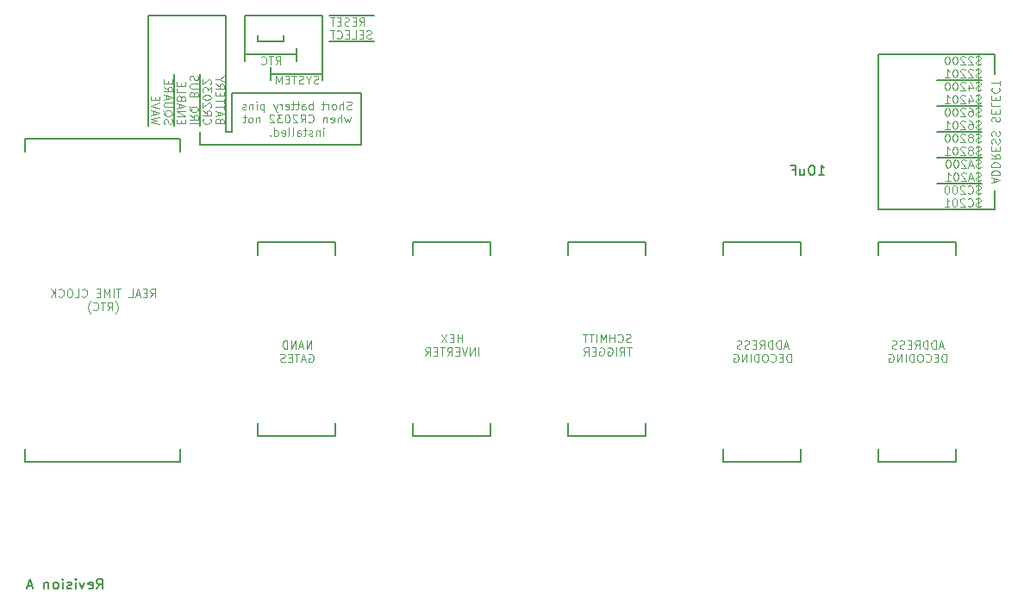
<source format=gbo>
G04 #@! TF.FileFunction,Legend,Bot*
%FSLAX46Y46*%
G04 Gerber Fmt 4.6, Leading zero omitted, Abs format (unit mm)*
G04 Created by KiCad (PCBNEW 4.0.7) date 09/25/19 15:54:21*
%MOMM*%
%LPD*%
G01*
G04 APERTURE LIST*
%ADD10C,0.100000*%
%ADD11C,0.200000*%
%ADD12C,0.150000*%
G04 APERTURE END LIST*
D10*
D11*
X130175000Y-97155000D02*
X129540000Y-97155000D01*
X130175000Y-102235000D02*
X130175000Y-97155000D01*
X129540000Y-102235000D02*
X130175000Y-102235000D01*
X117475000Y-97155000D02*
X129540000Y-97155000D01*
X114300000Y-102235000D02*
X129540000Y-102235000D01*
X114300000Y-101600000D02*
X114300000Y-102235000D01*
X117475000Y-100965000D02*
X117475000Y-97155000D01*
X116840000Y-100965000D02*
X117475000Y-100965000D01*
X116840000Y-100330000D02*
X116840000Y-100965000D01*
X114300000Y-100965000D02*
X114300000Y-101600000D01*
D10*
X129177382Y-98718810D02*
X129063096Y-98756905D01*
X128872620Y-98756905D01*
X128796430Y-98718810D01*
X128758334Y-98680714D01*
X128720239Y-98604524D01*
X128720239Y-98528333D01*
X128758334Y-98452143D01*
X128796430Y-98414048D01*
X128872620Y-98375952D01*
X129025001Y-98337857D01*
X129101192Y-98299762D01*
X129139287Y-98261667D01*
X129177382Y-98185476D01*
X129177382Y-98109286D01*
X129139287Y-98033095D01*
X129101192Y-97995000D01*
X129025001Y-97956905D01*
X128834525Y-97956905D01*
X128720239Y-97995000D01*
X128377382Y-98756905D02*
X128377382Y-97956905D01*
X128034525Y-98756905D02*
X128034525Y-98337857D01*
X128072620Y-98261667D01*
X128148810Y-98223571D01*
X128263096Y-98223571D01*
X128339287Y-98261667D01*
X128377382Y-98299762D01*
X127539286Y-98756905D02*
X127615477Y-98718810D01*
X127653572Y-98680714D01*
X127691667Y-98604524D01*
X127691667Y-98375952D01*
X127653572Y-98299762D01*
X127615477Y-98261667D01*
X127539286Y-98223571D01*
X127425000Y-98223571D01*
X127348810Y-98261667D01*
X127310715Y-98299762D01*
X127272619Y-98375952D01*
X127272619Y-98604524D01*
X127310715Y-98680714D01*
X127348810Y-98718810D01*
X127425000Y-98756905D01*
X127539286Y-98756905D01*
X126929762Y-98756905D02*
X126929762Y-98223571D01*
X126929762Y-98375952D02*
X126891667Y-98299762D01*
X126853571Y-98261667D01*
X126777381Y-98223571D01*
X126701190Y-98223571D01*
X126548810Y-98223571D02*
X126244048Y-98223571D01*
X126434524Y-97956905D02*
X126434524Y-98642619D01*
X126396429Y-98718810D01*
X126320238Y-98756905D01*
X126244048Y-98756905D01*
X125367857Y-98756905D02*
X125367857Y-97956905D01*
X125367857Y-98261667D02*
X125291666Y-98223571D01*
X125139285Y-98223571D01*
X125063095Y-98261667D01*
X125025000Y-98299762D01*
X124986904Y-98375952D01*
X124986904Y-98604524D01*
X125025000Y-98680714D01*
X125063095Y-98718810D01*
X125139285Y-98756905D01*
X125291666Y-98756905D01*
X125367857Y-98718810D01*
X124301190Y-98756905D02*
X124301190Y-98337857D01*
X124339285Y-98261667D01*
X124415475Y-98223571D01*
X124567856Y-98223571D01*
X124644047Y-98261667D01*
X124301190Y-98718810D02*
X124377380Y-98756905D01*
X124567856Y-98756905D01*
X124644047Y-98718810D01*
X124682142Y-98642619D01*
X124682142Y-98566429D01*
X124644047Y-98490238D01*
X124567856Y-98452143D01*
X124377380Y-98452143D01*
X124301190Y-98414048D01*
X124034523Y-98223571D02*
X123729761Y-98223571D01*
X123920237Y-97956905D02*
X123920237Y-98642619D01*
X123882142Y-98718810D01*
X123805951Y-98756905D01*
X123729761Y-98756905D01*
X123577380Y-98223571D02*
X123272618Y-98223571D01*
X123463094Y-97956905D02*
X123463094Y-98642619D01*
X123424999Y-98718810D01*
X123348808Y-98756905D01*
X123272618Y-98756905D01*
X122701189Y-98718810D02*
X122777379Y-98756905D01*
X122929760Y-98756905D01*
X123005951Y-98718810D01*
X123044046Y-98642619D01*
X123044046Y-98337857D01*
X123005951Y-98261667D01*
X122929760Y-98223571D01*
X122777379Y-98223571D01*
X122701189Y-98261667D01*
X122663094Y-98337857D01*
X122663094Y-98414048D01*
X123044046Y-98490238D01*
X122320237Y-98756905D02*
X122320237Y-98223571D01*
X122320237Y-98375952D02*
X122282142Y-98299762D01*
X122244046Y-98261667D01*
X122167856Y-98223571D01*
X122091665Y-98223571D01*
X121901189Y-98223571D02*
X121710713Y-98756905D01*
X121520237Y-98223571D02*
X121710713Y-98756905D01*
X121786904Y-98947381D01*
X121824999Y-98985476D01*
X121901189Y-99023571D01*
X120605951Y-98223571D02*
X120605951Y-99023571D01*
X120605951Y-98261667D02*
X120529760Y-98223571D01*
X120377379Y-98223571D01*
X120301189Y-98261667D01*
X120263094Y-98299762D01*
X120224998Y-98375952D01*
X120224998Y-98604524D01*
X120263094Y-98680714D01*
X120301189Y-98718810D01*
X120377379Y-98756905D01*
X120529760Y-98756905D01*
X120605951Y-98718810D01*
X119882141Y-98756905D02*
X119882141Y-98223571D01*
X119882141Y-97956905D02*
X119920236Y-97995000D01*
X119882141Y-98033095D01*
X119844046Y-97995000D01*
X119882141Y-97956905D01*
X119882141Y-98033095D01*
X119501189Y-98223571D02*
X119501189Y-98756905D01*
X119501189Y-98299762D02*
X119463094Y-98261667D01*
X119386903Y-98223571D01*
X119272617Y-98223571D01*
X119196427Y-98261667D01*
X119158332Y-98337857D01*
X119158332Y-98756905D01*
X118815474Y-98718810D02*
X118739284Y-98756905D01*
X118586903Y-98756905D01*
X118510712Y-98718810D01*
X118472617Y-98642619D01*
X118472617Y-98604524D01*
X118510712Y-98528333D01*
X118586903Y-98490238D01*
X118701188Y-98490238D01*
X118777379Y-98452143D01*
X118815474Y-98375952D01*
X118815474Y-98337857D01*
X118777379Y-98261667D01*
X118701188Y-98223571D01*
X118586903Y-98223571D01*
X118510712Y-98261667D01*
X129082144Y-99523571D02*
X128929763Y-100056905D01*
X128777382Y-99675952D01*
X128625001Y-100056905D01*
X128472620Y-99523571D01*
X128167859Y-100056905D02*
X128167859Y-99256905D01*
X127825002Y-100056905D02*
X127825002Y-99637857D01*
X127863097Y-99561667D01*
X127939287Y-99523571D01*
X128053573Y-99523571D01*
X128129764Y-99561667D01*
X128167859Y-99599762D01*
X127139287Y-100018810D02*
X127215477Y-100056905D01*
X127367858Y-100056905D01*
X127444049Y-100018810D01*
X127482144Y-99942619D01*
X127482144Y-99637857D01*
X127444049Y-99561667D01*
X127367858Y-99523571D01*
X127215477Y-99523571D01*
X127139287Y-99561667D01*
X127101192Y-99637857D01*
X127101192Y-99714048D01*
X127482144Y-99790238D01*
X126758335Y-99523571D02*
X126758335Y-100056905D01*
X126758335Y-99599762D02*
X126720240Y-99561667D01*
X126644049Y-99523571D01*
X126529763Y-99523571D01*
X126453573Y-99561667D01*
X126415478Y-99637857D01*
X126415478Y-100056905D01*
X124967858Y-99980714D02*
X125005953Y-100018810D01*
X125120239Y-100056905D01*
X125196429Y-100056905D01*
X125310715Y-100018810D01*
X125386906Y-99942619D01*
X125425001Y-99866429D01*
X125463096Y-99714048D01*
X125463096Y-99599762D01*
X125425001Y-99447381D01*
X125386906Y-99371190D01*
X125310715Y-99295000D01*
X125196429Y-99256905D01*
X125120239Y-99256905D01*
X125005953Y-99295000D01*
X124967858Y-99333095D01*
X124167858Y-100056905D02*
X124434525Y-99675952D01*
X124625001Y-100056905D02*
X124625001Y-99256905D01*
X124320239Y-99256905D01*
X124244048Y-99295000D01*
X124205953Y-99333095D01*
X124167858Y-99409286D01*
X124167858Y-99523571D01*
X124205953Y-99599762D01*
X124244048Y-99637857D01*
X124320239Y-99675952D01*
X124625001Y-99675952D01*
X123863096Y-99333095D02*
X123825001Y-99295000D01*
X123748810Y-99256905D01*
X123558334Y-99256905D01*
X123482144Y-99295000D01*
X123444048Y-99333095D01*
X123405953Y-99409286D01*
X123405953Y-99485476D01*
X123444048Y-99599762D01*
X123901191Y-100056905D01*
X123405953Y-100056905D01*
X122910715Y-99256905D02*
X122834524Y-99256905D01*
X122758334Y-99295000D01*
X122720239Y-99333095D01*
X122682143Y-99409286D01*
X122644048Y-99561667D01*
X122644048Y-99752143D01*
X122682143Y-99904524D01*
X122720239Y-99980714D01*
X122758334Y-100018810D01*
X122834524Y-100056905D01*
X122910715Y-100056905D01*
X122986905Y-100018810D01*
X123025001Y-99980714D01*
X123063096Y-99904524D01*
X123101191Y-99752143D01*
X123101191Y-99561667D01*
X123063096Y-99409286D01*
X123025001Y-99333095D01*
X122986905Y-99295000D01*
X122910715Y-99256905D01*
X122377381Y-99256905D02*
X121882143Y-99256905D01*
X122148810Y-99561667D01*
X122034524Y-99561667D01*
X121958334Y-99599762D01*
X121920238Y-99637857D01*
X121882143Y-99714048D01*
X121882143Y-99904524D01*
X121920238Y-99980714D01*
X121958334Y-100018810D01*
X122034524Y-100056905D01*
X122263096Y-100056905D01*
X122339286Y-100018810D01*
X122377381Y-99980714D01*
X121577381Y-99333095D02*
X121539286Y-99295000D01*
X121463095Y-99256905D01*
X121272619Y-99256905D01*
X121196429Y-99295000D01*
X121158333Y-99333095D01*
X121120238Y-99409286D01*
X121120238Y-99485476D01*
X121158333Y-99599762D01*
X121615476Y-100056905D01*
X121120238Y-100056905D01*
X120167857Y-99523571D02*
X120167857Y-100056905D01*
X120167857Y-99599762D02*
X120129762Y-99561667D01*
X120053571Y-99523571D01*
X119939285Y-99523571D01*
X119863095Y-99561667D01*
X119825000Y-99637857D01*
X119825000Y-100056905D01*
X119329761Y-100056905D02*
X119405952Y-100018810D01*
X119444047Y-99980714D01*
X119482142Y-99904524D01*
X119482142Y-99675952D01*
X119444047Y-99599762D01*
X119405952Y-99561667D01*
X119329761Y-99523571D01*
X119215475Y-99523571D01*
X119139285Y-99561667D01*
X119101190Y-99599762D01*
X119063094Y-99675952D01*
X119063094Y-99904524D01*
X119101190Y-99980714D01*
X119139285Y-100018810D01*
X119215475Y-100056905D01*
X119329761Y-100056905D01*
X118834523Y-99523571D02*
X118529761Y-99523571D01*
X118720237Y-99256905D02*
X118720237Y-99942619D01*
X118682142Y-100018810D01*
X118605951Y-100056905D01*
X118529761Y-100056905D01*
X126415477Y-101356905D02*
X126415477Y-100823571D01*
X126415477Y-100556905D02*
X126453572Y-100595000D01*
X126415477Y-100633095D01*
X126377382Y-100595000D01*
X126415477Y-100556905D01*
X126415477Y-100633095D01*
X126034525Y-100823571D02*
X126034525Y-101356905D01*
X126034525Y-100899762D02*
X125996430Y-100861667D01*
X125920239Y-100823571D01*
X125805953Y-100823571D01*
X125729763Y-100861667D01*
X125691668Y-100937857D01*
X125691668Y-101356905D01*
X125348810Y-101318810D02*
X125272620Y-101356905D01*
X125120239Y-101356905D01*
X125044048Y-101318810D01*
X125005953Y-101242619D01*
X125005953Y-101204524D01*
X125044048Y-101128333D01*
X125120239Y-101090238D01*
X125234524Y-101090238D01*
X125310715Y-101052143D01*
X125348810Y-100975952D01*
X125348810Y-100937857D01*
X125310715Y-100861667D01*
X125234524Y-100823571D01*
X125120239Y-100823571D01*
X125044048Y-100861667D01*
X124777382Y-100823571D02*
X124472620Y-100823571D01*
X124663096Y-100556905D02*
X124663096Y-101242619D01*
X124625001Y-101318810D01*
X124548810Y-101356905D01*
X124472620Y-101356905D01*
X123863096Y-101356905D02*
X123863096Y-100937857D01*
X123901191Y-100861667D01*
X123977381Y-100823571D01*
X124129762Y-100823571D01*
X124205953Y-100861667D01*
X123863096Y-101318810D02*
X123939286Y-101356905D01*
X124129762Y-101356905D01*
X124205953Y-101318810D01*
X124244048Y-101242619D01*
X124244048Y-101166429D01*
X124205953Y-101090238D01*
X124129762Y-101052143D01*
X123939286Y-101052143D01*
X123863096Y-101014048D01*
X123367857Y-101356905D02*
X123444048Y-101318810D01*
X123482143Y-101242619D01*
X123482143Y-100556905D01*
X122948809Y-101356905D02*
X123025000Y-101318810D01*
X123063095Y-101242619D01*
X123063095Y-100556905D01*
X122339285Y-101318810D02*
X122415475Y-101356905D01*
X122567856Y-101356905D01*
X122644047Y-101318810D01*
X122682142Y-101242619D01*
X122682142Y-100937857D01*
X122644047Y-100861667D01*
X122567856Y-100823571D01*
X122415475Y-100823571D01*
X122339285Y-100861667D01*
X122301190Y-100937857D01*
X122301190Y-101014048D01*
X122682142Y-101090238D01*
X121615476Y-101356905D02*
X121615476Y-100556905D01*
X121615476Y-101318810D02*
X121691666Y-101356905D01*
X121844047Y-101356905D01*
X121920238Y-101318810D01*
X121958333Y-101280714D01*
X121996428Y-101204524D01*
X121996428Y-100975952D01*
X121958333Y-100899762D01*
X121920238Y-100861667D01*
X121844047Y-100823571D01*
X121691666Y-100823571D01*
X121615476Y-100861667D01*
X121234523Y-101280714D02*
X121196428Y-101318810D01*
X121234523Y-101356905D01*
X121272618Y-101318810D01*
X121234523Y-101280714D01*
X121234523Y-101356905D01*
D11*
X122555000Y-92075000D02*
X122555000Y-91440000D01*
X120015000Y-92075000D02*
X122555000Y-92075000D01*
X120015000Y-91440000D02*
X120015000Y-92075000D01*
D10*
X190982619Y-108273810D02*
X190868333Y-108311905D01*
X190677857Y-108311905D01*
X190601667Y-108273810D01*
X190563571Y-108235714D01*
X190525476Y-108159524D01*
X190525476Y-108083333D01*
X190563571Y-108007143D01*
X190601667Y-107969048D01*
X190677857Y-107930952D01*
X190830238Y-107892857D01*
X190906429Y-107854762D01*
X190944524Y-107816667D01*
X190982619Y-107740476D01*
X190982619Y-107664286D01*
X190944524Y-107588095D01*
X190906429Y-107550000D01*
X190830238Y-107511905D01*
X190639762Y-107511905D01*
X190525476Y-107550000D01*
X190754048Y-107397619D02*
X190754048Y-108426190D01*
X189725476Y-108235714D02*
X189763571Y-108273810D01*
X189877857Y-108311905D01*
X189954047Y-108311905D01*
X190068333Y-108273810D01*
X190144524Y-108197619D01*
X190182619Y-108121429D01*
X190220714Y-107969048D01*
X190220714Y-107854762D01*
X190182619Y-107702381D01*
X190144524Y-107626190D01*
X190068333Y-107550000D01*
X189954047Y-107511905D01*
X189877857Y-107511905D01*
X189763571Y-107550000D01*
X189725476Y-107588095D01*
X189420714Y-107588095D02*
X189382619Y-107550000D01*
X189306428Y-107511905D01*
X189115952Y-107511905D01*
X189039762Y-107550000D01*
X189001666Y-107588095D01*
X188963571Y-107664286D01*
X188963571Y-107740476D01*
X189001666Y-107854762D01*
X189458809Y-108311905D01*
X188963571Y-108311905D01*
X188468333Y-107511905D02*
X188392142Y-107511905D01*
X188315952Y-107550000D01*
X188277857Y-107588095D01*
X188239761Y-107664286D01*
X188201666Y-107816667D01*
X188201666Y-108007143D01*
X188239761Y-108159524D01*
X188277857Y-108235714D01*
X188315952Y-108273810D01*
X188392142Y-108311905D01*
X188468333Y-108311905D01*
X188544523Y-108273810D01*
X188582619Y-108235714D01*
X188620714Y-108159524D01*
X188658809Y-108007143D01*
X188658809Y-107816667D01*
X188620714Y-107664286D01*
X188582619Y-107588095D01*
X188544523Y-107550000D01*
X188468333Y-107511905D01*
X187439761Y-108311905D02*
X187896904Y-108311905D01*
X187668333Y-108311905D02*
X187668333Y-107511905D01*
X187744523Y-107626190D01*
X187820714Y-107702381D01*
X187896904Y-107740476D01*
X190982619Y-105733810D02*
X190868333Y-105771905D01*
X190677857Y-105771905D01*
X190601667Y-105733810D01*
X190563571Y-105695714D01*
X190525476Y-105619524D01*
X190525476Y-105543333D01*
X190563571Y-105467143D01*
X190601667Y-105429048D01*
X190677857Y-105390952D01*
X190830238Y-105352857D01*
X190906429Y-105314762D01*
X190944524Y-105276667D01*
X190982619Y-105200476D01*
X190982619Y-105124286D01*
X190944524Y-105048095D01*
X190906429Y-105010000D01*
X190830238Y-104971905D01*
X190639762Y-104971905D01*
X190525476Y-105010000D01*
X190754048Y-104857619D02*
X190754048Y-105886190D01*
X190220714Y-105543333D02*
X189839762Y-105543333D01*
X190296905Y-105771905D02*
X190030238Y-104971905D01*
X189763571Y-105771905D01*
X189535000Y-105048095D02*
X189496905Y-105010000D01*
X189420714Y-104971905D01*
X189230238Y-104971905D01*
X189154048Y-105010000D01*
X189115952Y-105048095D01*
X189077857Y-105124286D01*
X189077857Y-105200476D01*
X189115952Y-105314762D01*
X189573095Y-105771905D01*
X189077857Y-105771905D01*
X188582619Y-104971905D02*
X188506428Y-104971905D01*
X188430238Y-105010000D01*
X188392143Y-105048095D01*
X188354047Y-105124286D01*
X188315952Y-105276667D01*
X188315952Y-105467143D01*
X188354047Y-105619524D01*
X188392143Y-105695714D01*
X188430238Y-105733810D01*
X188506428Y-105771905D01*
X188582619Y-105771905D01*
X188658809Y-105733810D01*
X188696905Y-105695714D01*
X188735000Y-105619524D01*
X188773095Y-105467143D01*
X188773095Y-105276667D01*
X188735000Y-105124286D01*
X188696905Y-105048095D01*
X188658809Y-105010000D01*
X188582619Y-104971905D01*
X187554047Y-105771905D02*
X188011190Y-105771905D01*
X187782619Y-105771905D02*
X187782619Y-104971905D01*
X187858809Y-105086190D01*
X187935000Y-105162381D01*
X188011190Y-105200476D01*
X190982619Y-103193810D02*
X190868333Y-103231905D01*
X190677857Y-103231905D01*
X190601667Y-103193810D01*
X190563571Y-103155714D01*
X190525476Y-103079524D01*
X190525476Y-103003333D01*
X190563571Y-102927143D01*
X190601667Y-102889048D01*
X190677857Y-102850952D01*
X190830238Y-102812857D01*
X190906429Y-102774762D01*
X190944524Y-102736667D01*
X190982619Y-102660476D01*
X190982619Y-102584286D01*
X190944524Y-102508095D01*
X190906429Y-102470000D01*
X190830238Y-102431905D01*
X190639762Y-102431905D01*
X190525476Y-102470000D01*
X190754048Y-102317619D02*
X190754048Y-103346190D01*
X190068333Y-102774762D02*
X190144524Y-102736667D01*
X190182619Y-102698571D01*
X190220714Y-102622381D01*
X190220714Y-102584286D01*
X190182619Y-102508095D01*
X190144524Y-102470000D01*
X190068333Y-102431905D01*
X189915952Y-102431905D01*
X189839762Y-102470000D01*
X189801666Y-102508095D01*
X189763571Y-102584286D01*
X189763571Y-102622381D01*
X189801666Y-102698571D01*
X189839762Y-102736667D01*
X189915952Y-102774762D01*
X190068333Y-102774762D01*
X190144524Y-102812857D01*
X190182619Y-102850952D01*
X190220714Y-102927143D01*
X190220714Y-103079524D01*
X190182619Y-103155714D01*
X190144524Y-103193810D01*
X190068333Y-103231905D01*
X189915952Y-103231905D01*
X189839762Y-103193810D01*
X189801666Y-103155714D01*
X189763571Y-103079524D01*
X189763571Y-102927143D01*
X189801666Y-102850952D01*
X189839762Y-102812857D01*
X189915952Y-102774762D01*
X189458809Y-102508095D02*
X189420714Y-102470000D01*
X189344523Y-102431905D01*
X189154047Y-102431905D01*
X189077857Y-102470000D01*
X189039761Y-102508095D01*
X189001666Y-102584286D01*
X189001666Y-102660476D01*
X189039761Y-102774762D01*
X189496904Y-103231905D01*
X189001666Y-103231905D01*
X188506428Y-102431905D02*
X188430237Y-102431905D01*
X188354047Y-102470000D01*
X188315952Y-102508095D01*
X188277856Y-102584286D01*
X188239761Y-102736667D01*
X188239761Y-102927143D01*
X188277856Y-103079524D01*
X188315952Y-103155714D01*
X188354047Y-103193810D01*
X188430237Y-103231905D01*
X188506428Y-103231905D01*
X188582618Y-103193810D01*
X188620714Y-103155714D01*
X188658809Y-103079524D01*
X188696904Y-102927143D01*
X188696904Y-102736667D01*
X188658809Y-102584286D01*
X188620714Y-102508095D01*
X188582618Y-102470000D01*
X188506428Y-102431905D01*
X187477856Y-103231905D02*
X187934999Y-103231905D01*
X187706428Y-103231905D02*
X187706428Y-102431905D01*
X187782618Y-102546190D01*
X187858809Y-102622381D01*
X187934999Y-102660476D01*
X190982619Y-100653810D02*
X190868333Y-100691905D01*
X190677857Y-100691905D01*
X190601667Y-100653810D01*
X190563571Y-100615714D01*
X190525476Y-100539524D01*
X190525476Y-100463333D01*
X190563571Y-100387143D01*
X190601667Y-100349048D01*
X190677857Y-100310952D01*
X190830238Y-100272857D01*
X190906429Y-100234762D01*
X190944524Y-100196667D01*
X190982619Y-100120476D01*
X190982619Y-100044286D01*
X190944524Y-99968095D01*
X190906429Y-99930000D01*
X190830238Y-99891905D01*
X190639762Y-99891905D01*
X190525476Y-99930000D01*
X190754048Y-99777619D02*
X190754048Y-100806190D01*
X189839762Y-99891905D02*
X189992143Y-99891905D01*
X190068333Y-99930000D01*
X190106428Y-99968095D01*
X190182619Y-100082381D01*
X190220714Y-100234762D01*
X190220714Y-100539524D01*
X190182619Y-100615714D01*
X190144524Y-100653810D01*
X190068333Y-100691905D01*
X189915952Y-100691905D01*
X189839762Y-100653810D01*
X189801666Y-100615714D01*
X189763571Y-100539524D01*
X189763571Y-100349048D01*
X189801666Y-100272857D01*
X189839762Y-100234762D01*
X189915952Y-100196667D01*
X190068333Y-100196667D01*
X190144524Y-100234762D01*
X190182619Y-100272857D01*
X190220714Y-100349048D01*
X189458809Y-99968095D02*
X189420714Y-99930000D01*
X189344523Y-99891905D01*
X189154047Y-99891905D01*
X189077857Y-99930000D01*
X189039761Y-99968095D01*
X189001666Y-100044286D01*
X189001666Y-100120476D01*
X189039761Y-100234762D01*
X189496904Y-100691905D01*
X189001666Y-100691905D01*
X188506428Y-99891905D02*
X188430237Y-99891905D01*
X188354047Y-99930000D01*
X188315952Y-99968095D01*
X188277856Y-100044286D01*
X188239761Y-100196667D01*
X188239761Y-100387143D01*
X188277856Y-100539524D01*
X188315952Y-100615714D01*
X188354047Y-100653810D01*
X188430237Y-100691905D01*
X188506428Y-100691905D01*
X188582618Y-100653810D01*
X188620714Y-100615714D01*
X188658809Y-100539524D01*
X188696904Y-100387143D01*
X188696904Y-100196667D01*
X188658809Y-100044286D01*
X188620714Y-99968095D01*
X188582618Y-99930000D01*
X188506428Y-99891905D01*
X187477856Y-100691905D02*
X187934999Y-100691905D01*
X187706428Y-100691905D02*
X187706428Y-99891905D01*
X187782618Y-100006190D01*
X187858809Y-100082381D01*
X187934999Y-100120476D01*
X190982619Y-98113810D02*
X190868333Y-98151905D01*
X190677857Y-98151905D01*
X190601667Y-98113810D01*
X190563571Y-98075714D01*
X190525476Y-97999524D01*
X190525476Y-97923333D01*
X190563571Y-97847143D01*
X190601667Y-97809048D01*
X190677857Y-97770952D01*
X190830238Y-97732857D01*
X190906429Y-97694762D01*
X190944524Y-97656667D01*
X190982619Y-97580476D01*
X190982619Y-97504286D01*
X190944524Y-97428095D01*
X190906429Y-97390000D01*
X190830238Y-97351905D01*
X190639762Y-97351905D01*
X190525476Y-97390000D01*
X190754048Y-97237619D02*
X190754048Y-98266190D01*
X189839762Y-97618571D02*
X189839762Y-98151905D01*
X190030238Y-97313810D02*
X190220714Y-97885238D01*
X189725476Y-97885238D01*
X189458809Y-97428095D02*
X189420714Y-97390000D01*
X189344523Y-97351905D01*
X189154047Y-97351905D01*
X189077857Y-97390000D01*
X189039761Y-97428095D01*
X189001666Y-97504286D01*
X189001666Y-97580476D01*
X189039761Y-97694762D01*
X189496904Y-98151905D01*
X189001666Y-98151905D01*
X188506428Y-97351905D02*
X188430237Y-97351905D01*
X188354047Y-97390000D01*
X188315952Y-97428095D01*
X188277856Y-97504286D01*
X188239761Y-97656667D01*
X188239761Y-97847143D01*
X188277856Y-97999524D01*
X188315952Y-98075714D01*
X188354047Y-98113810D01*
X188430237Y-98151905D01*
X188506428Y-98151905D01*
X188582618Y-98113810D01*
X188620714Y-98075714D01*
X188658809Y-97999524D01*
X188696904Y-97847143D01*
X188696904Y-97656667D01*
X188658809Y-97504286D01*
X188620714Y-97428095D01*
X188582618Y-97390000D01*
X188506428Y-97351905D01*
X187477856Y-98151905D02*
X187934999Y-98151905D01*
X187706428Y-98151905D02*
X187706428Y-97351905D01*
X187782618Y-97466190D01*
X187858809Y-97542381D01*
X187934999Y-97580476D01*
D11*
X192405000Y-107950000D02*
X192405000Y-106680000D01*
X192405000Y-93980000D02*
X192405000Y-95250000D01*
D10*
X109422619Y-117186905D02*
X109689286Y-116805952D01*
X109879762Y-117186905D02*
X109879762Y-116386905D01*
X109575000Y-116386905D01*
X109498809Y-116425000D01*
X109460714Y-116463095D01*
X109422619Y-116539286D01*
X109422619Y-116653571D01*
X109460714Y-116729762D01*
X109498809Y-116767857D01*
X109575000Y-116805952D01*
X109879762Y-116805952D01*
X109079762Y-116767857D02*
X108813095Y-116767857D01*
X108698809Y-117186905D02*
X109079762Y-117186905D01*
X109079762Y-116386905D01*
X108698809Y-116386905D01*
X108394047Y-116958333D02*
X108013095Y-116958333D01*
X108470238Y-117186905D02*
X108203571Y-116386905D01*
X107936904Y-117186905D01*
X107289285Y-117186905D02*
X107670238Y-117186905D01*
X107670238Y-116386905D01*
X106527381Y-116386905D02*
X106070238Y-116386905D01*
X106298809Y-117186905D02*
X106298809Y-116386905D01*
X105803571Y-117186905D02*
X105803571Y-116386905D01*
X105422619Y-117186905D02*
X105422619Y-116386905D01*
X105155952Y-116958333D01*
X104889285Y-116386905D01*
X104889285Y-117186905D01*
X104508333Y-116767857D02*
X104241666Y-116767857D01*
X104127380Y-117186905D02*
X104508333Y-117186905D01*
X104508333Y-116386905D01*
X104127380Y-116386905D01*
X102717856Y-117110714D02*
X102755951Y-117148810D01*
X102870237Y-117186905D01*
X102946427Y-117186905D01*
X103060713Y-117148810D01*
X103136904Y-117072619D01*
X103174999Y-116996429D01*
X103213094Y-116844048D01*
X103213094Y-116729762D01*
X103174999Y-116577381D01*
X103136904Y-116501190D01*
X103060713Y-116425000D01*
X102946427Y-116386905D01*
X102870237Y-116386905D01*
X102755951Y-116425000D01*
X102717856Y-116463095D01*
X101994046Y-117186905D02*
X102374999Y-117186905D01*
X102374999Y-116386905D01*
X101574999Y-116386905D02*
X101422618Y-116386905D01*
X101346427Y-116425000D01*
X101270237Y-116501190D01*
X101232142Y-116653571D01*
X101232142Y-116920238D01*
X101270237Y-117072619D01*
X101346427Y-117148810D01*
X101422618Y-117186905D01*
X101574999Y-117186905D01*
X101651189Y-117148810D01*
X101727380Y-117072619D01*
X101765475Y-116920238D01*
X101765475Y-116653571D01*
X101727380Y-116501190D01*
X101651189Y-116425000D01*
X101574999Y-116386905D01*
X100432142Y-117110714D02*
X100470237Y-117148810D01*
X100584523Y-117186905D01*
X100660713Y-117186905D01*
X100774999Y-117148810D01*
X100851190Y-117072619D01*
X100889285Y-116996429D01*
X100927380Y-116844048D01*
X100927380Y-116729762D01*
X100889285Y-116577381D01*
X100851190Y-116501190D01*
X100774999Y-116425000D01*
X100660713Y-116386905D01*
X100584523Y-116386905D01*
X100470237Y-116425000D01*
X100432142Y-116463095D01*
X100089285Y-117186905D02*
X100089285Y-116386905D01*
X99632142Y-117186905D02*
X99974999Y-116729762D01*
X99632142Y-116386905D02*
X100089285Y-116844048D01*
X105994047Y-118791667D02*
X106032143Y-118753571D01*
X106108333Y-118639286D01*
X106146428Y-118563095D01*
X106184524Y-118448810D01*
X106222619Y-118258333D01*
X106222619Y-118105952D01*
X106184524Y-117915476D01*
X106146428Y-117801190D01*
X106108333Y-117725000D01*
X106032143Y-117610714D01*
X105994047Y-117572619D01*
X105232143Y-118486905D02*
X105498810Y-118105952D01*
X105689286Y-118486905D02*
X105689286Y-117686905D01*
X105384524Y-117686905D01*
X105308333Y-117725000D01*
X105270238Y-117763095D01*
X105232143Y-117839286D01*
X105232143Y-117953571D01*
X105270238Y-118029762D01*
X105308333Y-118067857D01*
X105384524Y-118105952D01*
X105689286Y-118105952D01*
X105003572Y-117686905D02*
X104546429Y-117686905D01*
X104775000Y-118486905D02*
X104775000Y-117686905D01*
X103822619Y-118410714D02*
X103860714Y-118448810D01*
X103975000Y-118486905D01*
X104051190Y-118486905D01*
X104165476Y-118448810D01*
X104241667Y-118372619D01*
X104279762Y-118296429D01*
X104317857Y-118144048D01*
X104317857Y-118029762D01*
X104279762Y-117877381D01*
X104241667Y-117801190D01*
X104165476Y-117725000D01*
X104051190Y-117686905D01*
X103975000Y-117686905D01*
X103860714Y-117725000D01*
X103822619Y-117763095D01*
X103555952Y-118791667D02*
X103517857Y-118753571D01*
X103441667Y-118639286D01*
X103403571Y-118563095D01*
X103365476Y-118448810D01*
X103327381Y-118258333D01*
X103327381Y-118105952D01*
X103365476Y-117915476D01*
X103403571Y-117801190D01*
X103441667Y-117725000D01*
X103517857Y-117610714D01*
X103555952Y-117572619D01*
D11*
X112395000Y-133350000D02*
X112395000Y-132080000D01*
X97155000Y-133350000D02*
X112395000Y-133350000D01*
X97155000Y-132080000D02*
X97155000Y-133350000D01*
X97155000Y-101600000D02*
X97155000Y-102870000D01*
X112395000Y-101600000D02*
X97155000Y-101600000D01*
X112395000Y-102870000D02*
X112395000Y-101600000D01*
X188595000Y-133350000D02*
X188595000Y-132080000D01*
X180975000Y-133350000D02*
X188595000Y-133350000D01*
X180975000Y-132080000D02*
X180975000Y-133350000D01*
X173355000Y-133350000D02*
X173355000Y-132080000D01*
X165735000Y-133350000D02*
X173355000Y-133350000D01*
X165735000Y-132080000D02*
X165735000Y-133350000D01*
X158115000Y-130810000D02*
X158115000Y-129540000D01*
X150495000Y-130810000D02*
X158115000Y-130810000D01*
X150495000Y-129540000D02*
X150495000Y-130810000D01*
X142875000Y-130810000D02*
X142875000Y-129540000D01*
X135255000Y-130810000D02*
X142875000Y-130810000D01*
X135255000Y-129540000D02*
X135255000Y-130810000D01*
X127635000Y-130810000D02*
X127635000Y-129540000D01*
X120015000Y-130810000D02*
X127635000Y-130810000D01*
X120015000Y-129540000D02*
X120015000Y-130810000D01*
X127635000Y-111760000D02*
X127635000Y-113030000D01*
X120015000Y-111760000D02*
X127635000Y-111760000D01*
X120015000Y-113030000D02*
X120015000Y-111760000D01*
X142875000Y-111760000D02*
X142875000Y-113030000D01*
X135255000Y-111760000D02*
X142875000Y-111760000D01*
X135255000Y-113030000D02*
X135255000Y-111760000D01*
X150495000Y-111760000D02*
X150495000Y-113030000D01*
X158115000Y-111760000D02*
X150495000Y-111760000D01*
X158115000Y-113030000D02*
X158115000Y-111760000D01*
X173355000Y-111760000D02*
X173355000Y-113030000D01*
X165735000Y-111760000D02*
X173355000Y-111760000D01*
X165735000Y-113030000D02*
X165735000Y-111760000D01*
D10*
X125215476Y-122266905D02*
X125215476Y-121466905D01*
X124758333Y-122266905D01*
X124758333Y-121466905D01*
X124415476Y-122038333D02*
X124034524Y-122038333D01*
X124491667Y-122266905D02*
X124225000Y-121466905D01*
X123958333Y-122266905D01*
X123691667Y-122266905D02*
X123691667Y-121466905D01*
X123234524Y-122266905D01*
X123234524Y-121466905D01*
X122853572Y-122266905D02*
X122853572Y-121466905D01*
X122663096Y-121466905D01*
X122548810Y-121505000D01*
X122472619Y-121581190D01*
X122434524Y-121657381D01*
X122396429Y-121809762D01*
X122396429Y-121924048D01*
X122434524Y-122076429D01*
X122472619Y-122152619D01*
X122548810Y-122228810D01*
X122663096Y-122266905D01*
X122853572Y-122266905D01*
X125005952Y-122805000D02*
X125082143Y-122766905D01*
X125196428Y-122766905D01*
X125310714Y-122805000D01*
X125386905Y-122881190D01*
X125425000Y-122957381D01*
X125463095Y-123109762D01*
X125463095Y-123224048D01*
X125425000Y-123376429D01*
X125386905Y-123452619D01*
X125310714Y-123528810D01*
X125196428Y-123566905D01*
X125120238Y-123566905D01*
X125005952Y-123528810D01*
X124967857Y-123490714D01*
X124967857Y-123224048D01*
X125120238Y-123224048D01*
X124663095Y-123338333D02*
X124282143Y-123338333D01*
X124739286Y-123566905D02*
X124472619Y-122766905D01*
X124205952Y-123566905D01*
X124053572Y-122766905D02*
X123596429Y-122766905D01*
X123825000Y-123566905D02*
X123825000Y-122766905D01*
X123329762Y-123147857D02*
X123063095Y-123147857D01*
X122948809Y-123566905D02*
X123329762Y-123566905D01*
X123329762Y-122766905D01*
X122948809Y-122766905D01*
X122644047Y-123528810D02*
X122529761Y-123566905D01*
X122339285Y-123566905D01*
X122263095Y-123528810D01*
X122224999Y-123490714D01*
X122186904Y-123414524D01*
X122186904Y-123338333D01*
X122224999Y-123262143D01*
X122263095Y-123224048D01*
X122339285Y-123185952D01*
X122491666Y-123147857D01*
X122567857Y-123109762D01*
X122605952Y-123071667D01*
X122644047Y-122995476D01*
X122644047Y-122919286D01*
X122605952Y-122843095D01*
X122567857Y-122805000D01*
X122491666Y-122766905D01*
X122301190Y-122766905D01*
X122186904Y-122805000D01*
X156609762Y-121593810D02*
X156495476Y-121631905D01*
X156305000Y-121631905D01*
X156228810Y-121593810D01*
X156190714Y-121555714D01*
X156152619Y-121479524D01*
X156152619Y-121403333D01*
X156190714Y-121327143D01*
X156228810Y-121289048D01*
X156305000Y-121250952D01*
X156457381Y-121212857D01*
X156533572Y-121174762D01*
X156571667Y-121136667D01*
X156609762Y-121060476D01*
X156609762Y-120984286D01*
X156571667Y-120908095D01*
X156533572Y-120870000D01*
X156457381Y-120831905D01*
X156266905Y-120831905D01*
X156152619Y-120870000D01*
X155352619Y-121555714D02*
X155390714Y-121593810D01*
X155505000Y-121631905D01*
X155581190Y-121631905D01*
X155695476Y-121593810D01*
X155771667Y-121517619D01*
X155809762Y-121441429D01*
X155847857Y-121289048D01*
X155847857Y-121174762D01*
X155809762Y-121022381D01*
X155771667Y-120946190D01*
X155695476Y-120870000D01*
X155581190Y-120831905D01*
X155505000Y-120831905D01*
X155390714Y-120870000D01*
X155352619Y-120908095D01*
X155009762Y-121631905D02*
X155009762Y-120831905D01*
X155009762Y-121212857D02*
X154552619Y-121212857D01*
X154552619Y-121631905D02*
X154552619Y-120831905D01*
X154171667Y-121631905D02*
X154171667Y-120831905D01*
X153905000Y-121403333D01*
X153638333Y-120831905D01*
X153638333Y-121631905D01*
X153257381Y-121631905D02*
X153257381Y-120831905D01*
X152990715Y-120831905D02*
X152533572Y-120831905D01*
X152762143Y-121631905D02*
X152762143Y-120831905D01*
X152381191Y-120831905D02*
X151924048Y-120831905D01*
X152152619Y-121631905D02*
X152152619Y-120831905D01*
X156685953Y-122131905D02*
X156228810Y-122131905D01*
X156457381Y-122931905D02*
X156457381Y-122131905D01*
X155505000Y-122931905D02*
X155771667Y-122550952D01*
X155962143Y-122931905D02*
X155962143Y-122131905D01*
X155657381Y-122131905D01*
X155581190Y-122170000D01*
X155543095Y-122208095D01*
X155505000Y-122284286D01*
X155505000Y-122398571D01*
X155543095Y-122474762D01*
X155581190Y-122512857D01*
X155657381Y-122550952D01*
X155962143Y-122550952D01*
X155162143Y-122931905D02*
X155162143Y-122131905D01*
X154362143Y-122170000D02*
X154438334Y-122131905D01*
X154552619Y-122131905D01*
X154666905Y-122170000D01*
X154743096Y-122246190D01*
X154781191Y-122322381D01*
X154819286Y-122474762D01*
X154819286Y-122589048D01*
X154781191Y-122741429D01*
X154743096Y-122817619D01*
X154666905Y-122893810D01*
X154552619Y-122931905D01*
X154476429Y-122931905D01*
X154362143Y-122893810D01*
X154324048Y-122855714D01*
X154324048Y-122589048D01*
X154476429Y-122589048D01*
X153562143Y-122170000D02*
X153638334Y-122131905D01*
X153752619Y-122131905D01*
X153866905Y-122170000D01*
X153943096Y-122246190D01*
X153981191Y-122322381D01*
X154019286Y-122474762D01*
X154019286Y-122589048D01*
X153981191Y-122741429D01*
X153943096Y-122817619D01*
X153866905Y-122893810D01*
X153752619Y-122931905D01*
X153676429Y-122931905D01*
X153562143Y-122893810D01*
X153524048Y-122855714D01*
X153524048Y-122589048D01*
X153676429Y-122589048D01*
X153181191Y-122512857D02*
X152914524Y-122512857D01*
X152800238Y-122931905D02*
X153181191Y-122931905D01*
X153181191Y-122131905D01*
X152800238Y-122131905D01*
X152000238Y-122931905D02*
X152266905Y-122550952D01*
X152457381Y-122931905D02*
X152457381Y-122131905D01*
X152152619Y-122131905D01*
X152076428Y-122170000D01*
X152038333Y-122208095D01*
X152000238Y-122284286D01*
X152000238Y-122398571D01*
X152038333Y-122474762D01*
X152076428Y-122512857D01*
X152152619Y-122550952D01*
X152457381Y-122550952D01*
X140036429Y-121631905D02*
X140036429Y-120831905D01*
X140036429Y-121212857D02*
X139579286Y-121212857D01*
X139579286Y-121631905D02*
X139579286Y-120831905D01*
X139198334Y-121212857D02*
X138931667Y-121212857D01*
X138817381Y-121631905D02*
X139198334Y-121631905D01*
X139198334Y-120831905D01*
X138817381Y-120831905D01*
X138550714Y-120831905D02*
X138017381Y-121631905D01*
X138017381Y-120831905D02*
X138550714Y-121631905D01*
X141655476Y-122931905D02*
X141655476Y-122131905D01*
X141274524Y-122931905D02*
X141274524Y-122131905D01*
X140817381Y-122931905D01*
X140817381Y-122131905D01*
X140550715Y-122131905D02*
X140284048Y-122931905D01*
X140017381Y-122131905D01*
X139750715Y-122512857D02*
X139484048Y-122512857D01*
X139369762Y-122931905D02*
X139750715Y-122931905D01*
X139750715Y-122131905D01*
X139369762Y-122131905D01*
X138569762Y-122931905D02*
X138836429Y-122550952D01*
X139026905Y-122931905D02*
X139026905Y-122131905D01*
X138722143Y-122131905D01*
X138645952Y-122170000D01*
X138607857Y-122208095D01*
X138569762Y-122284286D01*
X138569762Y-122398571D01*
X138607857Y-122474762D01*
X138645952Y-122512857D01*
X138722143Y-122550952D01*
X139026905Y-122550952D01*
X138341191Y-122131905D02*
X137884048Y-122131905D01*
X138112619Y-122931905D02*
X138112619Y-122131905D01*
X137617381Y-122512857D02*
X137350714Y-122512857D01*
X137236428Y-122931905D02*
X137617381Y-122931905D01*
X137617381Y-122131905D01*
X137236428Y-122131905D01*
X136436428Y-122931905D02*
X136703095Y-122550952D01*
X136893571Y-122931905D02*
X136893571Y-122131905D01*
X136588809Y-122131905D01*
X136512618Y-122170000D01*
X136474523Y-122208095D01*
X136436428Y-122284286D01*
X136436428Y-122398571D01*
X136474523Y-122474762D01*
X136512618Y-122512857D01*
X136588809Y-122550952D01*
X136893571Y-122550952D01*
X114649286Y-99682381D02*
X114611190Y-99720476D01*
X114573095Y-99834762D01*
X114573095Y-99910952D01*
X114611190Y-100025238D01*
X114687381Y-100101429D01*
X114763571Y-100139524D01*
X114915952Y-100177619D01*
X115030238Y-100177619D01*
X115182619Y-100139524D01*
X115258810Y-100101429D01*
X115335000Y-100025238D01*
X115373095Y-99910952D01*
X115373095Y-99834762D01*
X115335000Y-99720476D01*
X115296905Y-99682381D01*
X114573095Y-98882381D02*
X114954048Y-99149048D01*
X114573095Y-99339524D02*
X115373095Y-99339524D01*
X115373095Y-99034762D01*
X115335000Y-98958571D01*
X115296905Y-98920476D01*
X115220714Y-98882381D01*
X115106429Y-98882381D01*
X115030238Y-98920476D01*
X114992143Y-98958571D01*
X114954048Y-99034762D01*
X114954048Y-99339524D01*
X115296905Y-98577619D02*
X115335000Y-98539524D01*
X115373095Y-98463333D01*
X115373095Y-98272857D01*
X115335000Y-98196667D01*
X115296905Y-98158571D01*
X115220714Y-98120476D01*
X115144524Y-98120476D01*
X115030238Y-98158571D01*
X114573095Y-98615714D01*
X114573095Y-98120476D01*
X115373095Y-97625238D02*
X115373095Y-97549047D01*
X115335000Y-97472857D01*
X115296905Y-97434762D01*
X115220714Y-97396666D01*
X115068333Y-97358571D01*
X114877857Y-97358571D01*
X114725476Y-97396666D01*
X114649286Y-97434762D01*
X114611190Y-97472857D01*
X114573095Y-97549047D01*
X114573095Y-97625238D01*
X114611190Y-97701428D01*
X114649286Y-97739524D01*
X114725476Y-97777619D01*
X114877857Y-97815714D01*
X115068333Y-97815714D01*
X115220714Y-97777619D01*
X115296905Y-97739524D01*
X115335000Y-97701428D01*
X115373095Y-97625238D01*
X115373095Y-97091904D02*
X115373095Y-96596666D01*
X115068333Y-96863333D01*
X115068333Y-96749047D01*
X115030238Y-96672857D01*
X114992143Y-96634761D01*
X114915952Y-96596666D01*
X114725476Y-96596666D01*
X114649286Y-96634761D01*
X114611190Y-96672857D01*
X114573095Y-96749047D01*
X114573095Y-96977619D01*
X114611190Y-97053809D01*
X114649286Y-97091904D01*
X115296905Y-96291904D02*
X115335000Y-96253809D01*
X115373095Y-96177618D01*
X115373095Y-95987142D01*
X115335000Y-95910952D01*
X115296905Y-95872856D01*
X115220714Y-95834761D01*
X115144524Y-95834761D01*
X115030238Y-95872856D01*
X114573095Y-96329999D01*
X114573095Y-95834761D01*
X116262143Y-99872857D02*
X116224048Y-99758571D01*
X116185952Y-99720476D01*
X116109762Y-99682381D01*
X115995476Y-99682381D01*
X115919286Y-99720476D01*
X115881190Y-99758571D01*
X115843095Y-99834762D01*
X115843095Y-100139524D01*
X116643095Y-100139524D01*
X116643095Y-99872857D01*
X116605000Y-99796667D01*
X116566905Y-99758571D01*
X116490714Y-99720476D01*
X116414524Y-99720476D01*
X116338333Y-99758571D01*
X116300238Y-99796667D01*
X116262143Y-99872857D01*
X116262143Y-100139524D01*
X116071667Y-99377619D02*
X116071667Y-98996667D01*
X115843095Y-99453810D02*
X116643095Y-99187143D01*
X115843095Y-98920476D01*
X116643095Y-98768096D02*
X116643095Y-98310953D01*
X115843095Y-98539524D02*
X116643095Y-98539524D01*
X116643095Y-98158572D02*
X116643095Y-97701429D01*
X115843095Y-97930000D02*
X116643095Y-97930000D01*
X116262143Y-97434762D02*
X116262143Y-97168095D01*
X115843095Y-97053809D02*
X115843095Y-97434762D01*
X116643095Y-97434762D01*
X116643095Y-97053809D01*
X115843095Y-96253809D02*
X116224048Y-96520476D01*
X115843095Y-96710952D02*
X116643095Y-96710952D01*
X116643095Y-96406190D01*
X116605000Y-96329999D01*
X116566905Y-96291904D01*
X116490714Y-96253809D01*
X116376429Y-96253809D01*
X116300238Y-96291904D01*
X116262143Y-96329999D01*
X116224048Y-96406190D01*
X116224048Y-96710952D01*
X116224048Y-95758571D02*
X115843095Y-95758571D01*
X116643095Y-96025238D02*
X116224048Y-95758571D01*
X116643095Y-95491904D01*
X112452143Y-100139524D02*
X112452143Y-99872857D01*
X112033095Y-99758571D02*
X112033095Y-100139524D01*
X112833095Y-100139524D01*
X112833095Y-99758571D01*
X112033095Y-99415714D02*
X112833095Y-99415714D01*
X112033095Y-98958571D01*
X112833095Y-98958571D01*
X112261667Y-98615714D02*
X112261667Y-98234762D01*
X112033095Y-98691905D02*
X112833095Y-98425238D01*
X112033095Y-98158571D01*
X112452143Y-97625238D02*
X112414048Y-97510952D01*
X112375952Y-97472857D01*
X112299762Y-97434762D01*
X112185476Y-97434762D01*
X112109286Y-97472857D01*
X112071190Y-97510952D01*
X112033095Y-97587143D01*
X112033095Y-97891905D01*
X112833095Y-97891905D01*
X112833095Y-97625238D01*
X112795000Y-97549048D01*
X112756905Y-97510952D01*
X112680714Y-97472857D01*
X112604524Y-97472857D01*
X112528333Y-97510952D01*
X112490238Y-97549048D01*
X112452143Y-97625238D01*
X112452143Y-97891905D01*
X112033095Y-96710952D02*
X112033095Y-97091905D01*
X112833095Y-97091905D01*
X112452143Y-96444286D02*
X112452143Y-96177619D01*
X112033095Y-96063333D02*
X112033095Y-96444286D01*
X112833095Y-96444286D01*
X112833095Y-96063333D01*
X113303095Y-100139524D02*
X114103095Y-100139524D01*
X113303095Y-99301429D02*
X113684048Y-99568096D01*
X113303095Y-99758572D02*
X114103095Y-99758572D01*
X114103095Y-99453810D01*
X114065000Y-99377619D01*
X114026905Y-99339524D01*
X113950714Y-99301429D01*
X113836429Y-99301429D01*
X113760238Y-99339524D01*
X113722143Y-99377619D01*
X113684048Y-99453810D01*
X113684048Y-99758572D01*
X113226905Y-98425238D02*
X113265000Y-98501429D01*
X113341190Y-98577619D01*
X113455476Y-98691905D01*
X113493571Y-98768096D01*
X113493571Y-98844286D01*
X113303095Y-98806191D02*
X113341190Y-98882381D01*
X113417381Y-98958572D01*
X113569762Y-98996667D01*
X113836429Y-98996667D01*
X113988810Y-98958572D01*
X114065000Y-98882381D01*
X114103095Y-98806191D01*
X114103095Y-98653810D01*
X114065000Y-98577619D01*
X113988810Y-98501429D01*
X113836429Y-98463334D01*
X113569762Y-98463334D01*
X113417381Y-98501429D01*
X113341190Y-98577619D01*
X113303095Y-98653810D01*
X113303095Y-98806191D01*
X113722143Y-97244286D02*
X113684048Y-97130000D01*
X113645952Y-97091905D01*
X113569762Y-97053810D01*
X113455476Y-97053810D01*
X113379286Y-97091905D01*
X113341190Y-97130000D01*
X113303095Y-97206191D01*
X113303095Y-97510953D01*
X114103095Y-97510953D01*
X114103095Y-97244286D01*
X114065000Y-97168096D01*
X114026905Y-97130000D01*
X113950714Y-97091905D01*
X113874524Y-97091905D01*
X113798333Y-97130000D01*
X113760238Y-97168096D01*
X113722143Y-97244286D01*
X113722143Y-97510953D01*
X114103095Y-96710953D02*
X113455476Y-96710953D01*
X113379286Y-96672858D01*
X113341190Y-96634762D01*
X113303095Y-96558572D01*
X113303095Y-96406191D01*
X113341190Y-96330000D01*
X113379286Y-96291905D01*
X113455476Y-96253810D01*
X114103095Y-96253810D01*
X113341190Y-95910953D02*
X113303095Y-95796667D01*
X113303095Y-95606191D01*
X113341190Y-95530001D01*
X113379286Y-95491905D01*
X113455476Y-95453810D01*
X113531667Y-95453810D01*
X113607857Y-95491905D01*
X113645952Y-95530001D01*
X113684048Y-95606191D01*
X113722143Y-95758572D01*
X113760238Y-95834763D01*
X113798333Y-95872858D01*
X113874524Y-95910953D01*
X113950714Y-95910953D01*
X114026905Y-95872858D01*
X114065000Y-95834763D01*
X114103095Y-95758572D01*
X114103095Y-95568096D01*
X114065000Y-95453810D01*
X110293095Y-100215714D02*
X109493095Y-100025238D01*
X110064524Y-99872857D01*
X109493095Y-99720476D01*
X110293095Y-99530000D01*
X109721667Y-99263333D02*
X109721667Y-98882381D01*
X109493095Y-99339524D02*
X110293095Y-99072857D01*
X109493095Y-98806190D01*
X110293095Y-98653810D02*
X109493095Y-98387143D01*
X110293095Y-98120476D01*
X109912143Y-97853810D02*
X109912143Y-97587143D01*
X109493095Y-97472857D02*
X109493095Y-97853810D01*
X110293095Y-97853810D01*
X110293095Y-97472857D01*
X110801190Y-100177619D02*
X110763095Y-100063333D01*
X110763095Y-99872857D01*
X110801190Y-99796667D01*
X110839286Y-99758571D01*
X110915476Y-99720476D01*
X110991667Y-99720476D01*
X111067857Y-99758571D01*
X111105952Y-99796667D01*
X111144048Y-99872857D01*
X111182143Y-100025238D01*
X111220238Y-100101429D01*
X111258333Y-100139524D01*
X111334524Y-100177619D01*
X111410714Y-100177619D01*
X111486905Y-100139524D01*
X111525000Y-100101429D01*
X111563095Y-100025238D01*
X111563095Y-99834762D01*
X111525000Y-99720476D01*
X110686905Y-98844285D02*
X110725000Y-98920476D01*
X110801190Y-98996666D01*
X110915476Y-99110952D01*
X110953571Y-99187143D01*
X110953571Y-99263333D01*
X110763095Y-99225238D02*
X110801190Y-99301428D01*
X110877381Y-99377619D01*
X111029762Y-99415714D01*
X111296429Y-99415714D01*
X111448810Y-99377619D01*
X111525000Y-99301428D01*
X111563095Y-99225238D01*
X111563095Y-99072857D01*
X111525000Y-98996666D01*
X111448810Y-98920476D01*
X111296429Y-98882381D01*
X111029762Y-98882381D01*
X110877381Y-98920476D01*
X110801190Y-98996666D01*
X110763095Y-99072857D01*
X110763095Y-99225238D01*
X111563095Y-98539524D02*
X110915476Y-98539524D01*
X110839286Y-98501429D01*
X110801190Y-98463333D01*
X110763095Y-98387143D01*
X110763095Y-98234762D01*
X110801190Y-98158571D01*
X110839286Y-98120476D01*
X110915476Y-98082381D01*
X111563095Y-98082381D01*
X110991667Y-97739524D02*
X110991667Y-97358572D01*
X110763095Y-97815715D02*
X111563095Y-97549048D01*
X110763095Y-97282381D01*
X110763095Y-96558572D02*
X111144048Y-96825239D01*
X110763095Y-97015715D02*
X111563095Y-97015715D01*
X111563095Y-96710953D01*
X111525000Y-96634762D01*
X111486905Y-96596667D01*
X111410714Y-96558572D01*
X111296429Y-96558572D01*
X111220238Y-96596667D01*
X111182143Y-96634762D01*
X111144048Y-96710953D01*
X111144048Y-97015715D01*
X111182143Y-96215715D02*
X111182143Y-95949048D01*
X110763095Y-95834762D02*
X110763095Y-96215715D01*
X111563095Y-96215715D01*
X111563095Y-95834762D01*
D11*
X118745000Y-89535000D02*
X126365000Y-89535000D01*
X131445000Y-92075000D02*
X127000000Y-92075000D01*
X127000000Y-89535000D02*
X131445000Y-89535000D01*
X126365000Y-92075000D02*
X126365000Y-89535000D01*
X126365000Y-94615000D02*
X126365000Y-92075000D01*
X118745000Y-92710000D02*
X118745000Y-92075000D01*
D10*
X121742143Y-94341905D02*
X122008810Y-93960952D01*
X122199286Y-94341905D02*
X122199286Y-93541905D01*
X121894524Y-93541905D01*
X121818333Y-93580000D01*
X121780238Y-93618095D01*
X121742143Y-93694286D01*
X121742143Y-93808571D01*
X121780238Y-93884762D01*
X121818333Y-93922857D01*
X121894524Y-93960952D01*
X122199286Y-93960952D01*
X121513572Y-93541905D02*
X121056429Y-93541905D01*
X121285000Y-94341905D02*
X121285000Y-93541905D01*
X120332619Y-94265714D02*
X120370714Y-94303810D01*
X120485000Y-94341905D01*
X120561190Y-94341905D01*
X120675476Y-94303810D01*
X120751667Y-94227619D01*
X120789762Y-94151429D01*
X120827857Y-93999048D01*
X120827857Y-93884762D01*
X120789762Y-93732381D01*
X120751667Y-93656190D01*
X120675476Y-93580000D01*
X120561190Y-93541905D01*
X120485000Y-93541905D01*
X120370714Y-93580000D01*
X120332619Y-93618095D01*
X125901191Y-96208810D02*
X125786905Y-96246905D01*
X125596429Y-96246905D01*
X125520239Y-96208810D01*
X125482143Y-96170714D01*
X125444048Y-96094524D01*
X125444048Y-96018333D01*
X125482143Y-95942143D01*
X125520239Y-95904048D01*
X125596429Y-95865952D01*
X125748810Y-95827857D01*
X125825001Y-95789762D01*
X125863096Y-95751667D01*
X125901191Y-95675476D01*
X125901191Y-95599286D01*
X125863096Y-95523095D01*
X125825001Y-95485000D01*
X125748810Y-95446905D01*
X125558334Y-95446905D01*
X125444048Y-95485000D01*
X124948810Y-95865952D02*
X124948810Y-96246905D01*
X125215477Y-95446905D02*
X124948810Y-95865952D01*
X124682143Y-95446905D01*
X124453572Y-96208810D02*
X124339286Y-96246905D01*
X124148810Y-96246905D01*
X124072620Y-96208810D01*
X124034524Y-96170714D01*
X123996429Y-96094524D01*
X123996429Y-96018333D01*
X124034524Y-95942143D01*
X124072620Y-95904048D01*
X124148810Y-95865952D01*
X124301191Y-95827857D01*
X124377382Y-95789762D01*
X124415477Y-95751667D01*
X124453572Y-95675476D01*
X124453572Y-95599286D01*
X124415477Y-95523095D01*
X124377382Y-95485000D01*
X124301191Y-95446905D01*
X124110715Y-95446905D01*
X123996429Y-95485000D01*
X123767858Y-95446905D02*
X123310715Y-95446905D01*
X123539286Y-96246905D02*
X123539286Y-95446905D01*
X123044048Y-95827857D02*
X122777381Y-95827857D01*
X122663095Y-96246905D02*
X123044048Y-96246905D01*
X123044048Y-95446905D01*
X122663095Y-95446905D01*
X122320238Y-96246905D02*
X122320238Y-95446905D01*
X122053571Y-96018333D01*
X121786904Y-95446905D01*
X121786904Y-96246905D01*
X131114287Y-91763810D02*
X131000001Y-91801905D01*
X130809525Y-91801905D01*
X130733335Y-91763810D01*
X130695239Y-91725714D01*
X130657144Y-91649524D01*
X130657144Y-91573333D01*
X130695239Y-91497143D01*
X130733335Y-91459048D01*
X130809525Y-91420952D01*
X130961906Y-91382857D01*
X131038097Y-91344762D01*
X131076192Y-91306667D01*
X131114287Y-91230476D01*
X131114287Y-91154286D01*
X131076192Y-91078095D01*
X131038097Y-91040000D01*
X130961906Y-91001905D01*
X130771430Y-91001905D01*
X130657144Y-91040000D01*
X130314287Y-91382857D02*
X130047620Y-91382857D01*
X129933334Y-91801905D02*
X130314287Y-91801905D01*
X130314287Y-91001905D01*
X129933334Y-91001905D01*
X129209524Y-91801905D02*
X129590477Y-91801905D01*
X129590477Y-91001905D01*
X128942858Y-91382857D02*
X128676191Y-91382857D01*
X128561905Y-91801905D02*
X128942858Y-91801905D01*
X128942858Y-91001905D01*
X128561905Y-91001905D01*
X127761905Y-91725714D02*
X127800000Y-91763810D01*
X127914286Y-91801905D01*
X127990476Y-91801905D01*
X128104762Y-91763810D01*
X128180953Y-91687619D01*
X128219048Y-91611429D01*
X128257143Y-91459048D01*
X128257143Y-91344762D01*
X128219048Y-91192381D01*
X128180953Y-91116190D01*
X128104762Y-91040000D01*
X127990476Y-91001905D01*
X127914286Y-91001905D01*
X127800000Y-91040000D01*
X127761905Y-91078095D01*
X127533334Y-91001905D02*
X127076191Y-91001905D01*
X127304762Y-91801905D02*
X127304762Y-91001905D01*
X129971430Y-90531905D02*
X130238097Y-90150952D01*
X130428573Y-90531905D02*
X130428573Y-89731905D01*
X130123811Y-89731905D01*
X130047620Y-89770000D01*
X130009525Y-89808095D01*
X129971430Y-89884286D01*
X129971430Y-89998571D01*
X130009525Y-90074762D01*
X130047620Y-90112857D01*
X130123811Y-90150952D01*
X130428573Y-90150952D01*
X129628573Y-90112857D02*
X129361906Y-90112857D01*
X129247620Y-90531905D02*
X129628573Y-90531905D01*
X129628573Y-89731905D01*
X129247620Y-89731905D01*
X128942858Y-90493810D02*
X128828572Y-90531905D01*
X128638096Y-90531905D01*
X128561906Y-90493810D01*
X128523810Y-90455714D01*
X128485715Y-90379524D01*
X128485715Y-90303333D01*
X128523810Y-90227143D01*
X128561906Y-90189048D01*
X128638096Y-90150952D01*
X128790477Y-90112857D01*
X128866668Y-90074762D01*
X128904763Y-90036667D01*
X128942858Y-89960476D01*
X128942858Y-89884286D01*
X128904763Y-89808095D01*
X128866668Y-89770000D01*
X128790477Y-89731905D01*
X128600001Y-89731905D01*
X128485715Y-89770000D01*
X128142858Y-90112857D02*
X127876191Y-90112857D01*
X127761905Y-90531905D02*
X128142858Y-90531905D01*
X128142858Y-89731905D01*
X127761905Y-89731905D01*
X127533334Y-89731905D02*
X127076191Y-89731905D01*
X127304762Y-90531905D02*
X127304762Y-89731905D01*
D11*
X118745000Y-89535000D02*
X126365000Y-89535000D01*
X118745000Y-92075000D02*
X118745000Y-89535000D01*
X126365000Y-94615000D02*
X126365000Y-95885000D01*
X121285000Y-95250000D02*
X126365000Y-95250000D01*
X121285000Y-94615000D02*
X121285000Y-95885000D01*
X123825000Y-92710000D02*
X123825000Y-93980000D01*
X118745000Y-93345000D02*
X123825000Y-93345000D01*
X118745000Y-92710000D02*
X118745000Y-93980000D01*
X116840000Y-89535000D02*
X116840000Y-95250000D01*
X109220000Y-89535000D02*
X116840000Y-89535000D01*
X109220000Y-95250000D02*
X109220000Y-89535000D01*
X116840000Y-100330000D02*
X116840000Y-95250000D01*
X114300000Y-95250000D02*
X114300000Y-100330000D01*
X111760000Y-100330000D02*
X111760000Y-95250000D01*
X109220000Y-95250000D02*
X109220000Y-100330000D01*
D10*
X187299286Y-122038333D02*
X186918334Y-122038333D01*
X187375477Y-122266905D02*
X187108810Y-121466905D01*
X186842143Y-122266905D01*
X186575477Y-122266905D02*
X186575477Y-121466905D01*
X186385001Y-121466905D01*
X186270715Y-121505000D01*
X186194524Y-121581190D01*
X186156429Y-121657381D01*
X186118334Y-121809762D01*
X186118334Y-121924048D01*
X186156429Y-122076429D01*
X186194524Y-122152619D01*
X186270715Y-122228810D01*
X186385001Y-122266905D01*
X186575477Y-122266905D01*
X185775477Y-122266905D02*
X185775477Y-121466905D01*
X185585001Y-121466905D01*
X185470715Y-121505000D01*
X185394524Y-121581190D01*
X185356429Y-121657381D01*
X185318334Y-121809762D01*
X185318334Y-121924048D01*
X185356429Y-122076429D01*
X185394524Y-122152619D01*
X185470715Y-122228810D01*
X185585001Y-122266905D01*
X185775477Y-122266905D01*
X184518334Y-122266905D02*
X184785001Y-121885952D01*
X184975477Y-122266905D02*
X184975477Y-121466905D01*
X184670715Y-121466905D01*
X184594524Y-121505000D01*
X184556429Y-121543095D01*
X184518334Y-121619286D01*
X184518334Y-121733571D01*
X184556429Y-121809762D01*
X184594524Y-121847857D01*
X184670715Y-121885952D01*
X184975477Y-121885952D01*
X184175477Y-121847857D02*
X183908810Y-121847857D01*
X183794524Y-122266905D02*
X184175477Y-122266905D01*
X184175477Y-121466905D01*
X183794524Y-121466905D01*
X183489762Y-122228810D02*
X183375476Y-122266905D01*
X183185000Y-122266905D01*
X183108810Y-122228810D01*
X183070714Y-122190714D01*
X183032619Y-122114524D01*
X183032619Y-122038333D01*
X183070714Y-121962143D01*
X183108810Y-121924048D01*
X183185000Y-121885952D01*
X183337381Y-121847857D01*
X183413572Y-121809762D01*
X183451667Y-121771667D01*
X183489762Y-121695476D01*
X183489762Y-121619286D01*
X183451667Y-121543095D01*
X183413572Y-121505000D01*
X183337381Y-121466905D01*
X183146905Y-121466905D01*
X183032619Y-121505000D01*
X182727857Y-122228810D02*
X182613571Y-122266905D01*
X182423095Y-122266905D01*
X182346905Y-122228810D01*
X182308809Y-122190714D01*
X182270714Y-122114524D01*
X182270714Y-122038333D01*
X182308809Y-121962143D01*
X182346905Y-121924048D01*
X182423095Y-121885952D01*
X182575476Y-121847857D01*
X182651667Y-121809762D01*
X182689762Y-121771667D01*
X182727857Y-121695476D01*
X182727857Y-121619286D01*
X182689762Y-121543095D01*
X182651667Y-121505000D01*
X182575476Y-121466905D01*
X182385000Y-121466905D01*
X182270714Y-121505000D01*
X187585000Y-123566905D02*
X187585000Y-122766905D01*
X187394524Y-122766905D01*
X187280238Y-122805000D01*
X187204047Y-122881190D01*
X187165952Y-122957381D01*
X187127857Y-123109762D01*
X187127857Y-123224048D01*
X187165952Y-123376429D01*
X187204047Y-123452619D01*
X187280238Y-123528810D01*
X187394524Y-123566905D01*
X187585000Y-123566905D01*
X186785000Y-123147857D02*
X186518333Y-123147857D01*
X186404047Y-123566905D02*
X186785000Y-123566905D01*
X186785000Y-122766905D01*
X186404047Y-122766905D01*
X185604047Y-123490714D02*
X185642142Y-123528810D01*
X185756428Y-123566905D01*
X185832618Y-123566905D01*
X185946904Y-123528810D01*
X186023095Y-123452619D01*
X186061190Y-123376429D01*
X186099285Y-123224048D01*
X186099285Y-123109762D01*
X186061190Y-122957381D01*
X186023095Y-122881190D01*
X185946904Y-122805000D01*
X185832618Y-122766905D01*
X185756428Y-122766905D01*
X185642142Y-122805000D01*
X185604047Y-122843095D01*
X185108809Y-122766905D02*
X184956428Y-122766905D01*
X184880237Y-122805000D01*
X184804047Y-122881190D01*
X184765952Y-123033571D01*
X184765952Y-123300238D01*
X184804047Y-123452619D01*
X184880237Y-123528810D01*
X184956428Y-123566905D01*
X185108809Y-123566905D01*
X185184999Y-123528810D01*
X185261190Y-123452619D01*
X185299285Y-123300238D01*
X185299285Y-123033571D01*
X185261190Y-122881190D01*
X185184999Y-122805000D01*
X185108809Y-122766905D01*
X184423095Y-123566905D02*
X184423095Y-122766905D01*
X184232619Y-122766905D01*
X184118333Y-122805000D01*
X184042142Y-122881190D01*
X184004047Y-122957381D01*
X183965952Y-123109762D01*
X183965952Y-123224048D01*
X184004047Y-123376429D01*
X184042142Y-123452619D01*
X184118333Y-123528810D01*
X184232619Y-123566905D01*
X184423095Y-123566905D01*
X183623095Y-123566905D02*
X183623095Y-122766905D01*
X183242143Y-123566905D02*
X183242143Y-122766905D01*
X182785000Y-123566905D01*
X182785000Y-122766905D01*
X181985000Y-122805000D02*
X182061191Y-122766905D01*
X182175476Y-122766905D01*
X182289762Y-122805000D01*
X182365953Y-122881190D01*
X182404048Y-122957381D01*
X182442143Y-123109762D01*
X182442143Y-123224048D01*
X182404048Y-123376429D01*
X182365953Y-123452619D01*
X182289762Y-123528810D01*
X182175476Y-123566905D01*
X182099286Y-123566905D01*
X181985000Y-123528810D01*
X181946905Y-123490714D01*
X181946905Y-123224048D01*
X182099286Y-123224048D01*
X172059286Y-122038333D02*
X171678334Y-122038333D01*
X172135477Y-122266905D02*
X171868810Y-121466905D01*
X171602143Y-122266905D01*
X171335477Y-122266905D02*
X171335477Y-121466905D01*
X171145001Y-121466905D01*
X171030715Y-121505000D01*
X170954524Y-121581190D01*
X170916429Y-121657381D01*
X170878334Y-121809762D01*
X170878334Y-121924048D01*
X170916429Y-122076429D01*
X170954524Y-122152619D01*
X171030715Y-122228810D01*
X171145001Y-122266905D01*
X171335477Y-122266905D01*
X170535477Y-122266905D02*
X170535477Y-121466905D01*
X170345001Y-121466905D01*
X170230715Y-121505000D01*
X170154524Y-121581190D01*
X170116429Y-121657381D01*
X170078334Y-121809762D01*
X170078334Y-121924048D01*
X170116429Y-122076429D01*
X170154524Y-122152619D01*
X170230715Y-122228810D01*
X170345001Y-122266905D01*
X170535477Y-122266905D01*
X169278334Y-122266905D02*
X169545001Y-121885952D01*
X169735477Y-122266905D02*
X169735477Y-121466905D01*
X169430715Y-121466905D01*
X169354524Y-121505000D01*
X169316429Y-121543095D01*
X169278334Y-121619286D01*
X169278334Y-121733571D01*
X169316429Y-121809762D01*
X169354524Y-121847857D01*
X169430715Y-121885952D01*
X169735477Y-121885952D01*
X168935477Y-121847857D02*
X168668810Y-121847857D01*
X168554524Y-122266905D02*
X168935477Y-122266905D01*
X168935477Y-121466905D01*
X168554524Y-121466905D01*
X168249762Y-122228810D02*
X168135476Y-122266905D01*
X167945000Y-122266905D01*
X167868810Y-122228810D01*
X167830714Y-122190714D01*
X167792619Y-122114524D01*
X167792619Y-122038333D01*
X167830714Y-121962143D01*
X167868810Y-121924048D01*
X167945000Y-121885952D01*
X168097381Y-121847857D01*
X168173572Y-121809762D01*
X168211667Y-121771667D01*
X168249762Y-121695476D01*
X168249762Y-121619286D01*
X168211667Y-121543095D01*
X168173572Y-121505000D01*
X168097381Y-121466905D01*
X167906905Y-121466905D01*
X167792619Y-121505000D01*
X167487857Y-122228810D02*
X167373571Y-122266905D01*
X167183095Y-122266905D01*
X167106905Y-122228810D01*
X167068809Y-122190714D01*
X167030714Y-122114524D01*
X167030714Y-122038333D01*
X167068809Y-121962143D01*
X167106905Y-121924048D01*
X167183095Y-121885952D01*
X167335476Y-121847857D01*
X167411667Y-121809762D01*
X167449762Y-121771667D01*
X167487857Y-121695476D01*
X167487857Y-121619286D01*
X167449762Y-121543095D01*
X167411667Y-121505000D01*
X167335476Y-121466905D01*
X167145000Y-121466905D01*
X167030714Y-121505000D01*
X172345000Y-123566905D02*
X172345000Y-122766905D01*
X172154524Y-122766905D01*
X172040238Y-122805000D01*
X171964047Y-122881190D01*
X171925952Y-122957381D01*
X171887857Y-123109762D01*
X171887857Y-123224048D01*
X171925952Y-123376429D01*
X171964047Y-123452619D01*
X172040238Y-123528810D01*
X172154524Y-123566905D01*
X172345000Y-123566905D01*
X171545000Y-123147857D02*
X171278333Y-123147857D01*
X171164047Y-123566905D02*
X171545000Y-123566905D01*
X171545000Y-122766905D01*
X171164047Y-122766905D01*
X170364047Y-123490714D02*
X170402142Y-123528810D01*
X170516428Y-123566905D01*
X170592618Y-123566905D01*
X170706904Y-123528810D01*
X170783095Y-123452619D01*
X170821190Y-123376429D01*
X170859285Y-123224048D01*
X170859285Y-123109762D01*
X170821190Y-122957381D01*
X170783095Y-122881190D01*
X170706904Y-122805000D01*
X170592618Y-122766905D01*
X170516428Y-122766905D01*
X170402142Y-122805000D01*
X170364047Y-122843095D01*
X169868809Y-122766905D02*
X169716428Y-122766905D01*
X169640237Y-122805000D01*
X169564047Y-122881190D01*
X169525952Y-123033571D01*
X169525952Y-123300238D01*
X169564047Y-123452619D01*
X169640237Y-123528810D01*
X169716428Y-123566905D01*
X169868809Y-123566905D01*
X169944999Y-123528810D01*
X170021190Y-123452619D01*
X170059285Y-123300238D01*
X170059285Y-123033571D01*
X170021190Y-122881190D01*
X169944999Y-122805000D01*
X169868809Y-122766905D01*
X169183095Y-123566905D02*
X169183095Y-122766905D01*
X168992619Y-122766905D01*
X168878333Y-122805000D01*
X168802142Y-122881190D01*
X168764047Y-122957381D01*
X168725952Y-123109762D01*
X168725952Y-123224048D01*
X168764047Y-123376429D01*
X168802142Y-123452619D01*
X168878333Y-123528810D01*
X168992619Y-123566905D01*
X169183095Y-123566905D01*
X168383095Y-123566905D02*
X168383095Y-122766905D01*
X168002143Y-123566905D02*
X168002143Y-122766905D01*
X167545000Y-123566905D01*
X167545000Y-122766905D01*
X166745000Y-122805000D02*
X166821191Y-122766905D01*
X166935476Y-122766905D01*
X167049762Y-122805000D01*
X167125953Y-122881190D01*
X167164048Y-122957381D01*
X167202143Y-123109762D01*
X167202143Y-123224048D01*
X167164048Y-123376429D01*
X167125953Y-123452619D01*
X167049762Y-123528810D01*
X166935476Y-123566905D01*
X166859286Y-123566905D01*
X166745000Y-123528810D01*
X166706905Y-123490714D01*
X166706905Y-123224048D01*
X166859286Y-123224048D01*
D11*
X186690000Y-108585000D02*
X180975000Y-108585000D01*
X188595000Y-111760000D02*
X188595000Y-113030000D01*
X180975000Y-111760000D02*
X188595000Y-111760000D01*
X180975000Y-113030000D02*
X180975000Y-111760000D01*
X180975000Y-93345000D02*
X180975000Y-108585000D01*
X186690000Y-93345000D02*
X180975000Y-93345000D01*
D10*
X192271667Y-105917382D02*
X192271667Y-105536430D01*
X192043095Y-105993573D02*
X192843095Y-105726906D01*
X192043095Y-105460239D01*
X192043095Y-105193573D02*
X192843095Y-105193573D01*
X192843095Y-105003097D01*
X192805000Y-104888811D01*
X192728810Y-104812620D01*
X192652619Y-104774525D01*
X192500238Y-104736430D01*
X192385952Y-104736430D01*
X192233571Y-104774525D01*
X192157381Y-104812620D01*
X192081190Y-104888811D01*
X192043095Y-105003097D01*
X192043095Y-105193573D01*
X192043095Y-104393573D02*
X192843095Y-104393573D01*
X192843095Y-104203097D01*
X192805000Y-104088811D01*
X192728810Y-104012620D01*
X192652619Y-103974525D01*
X192500238Y-103936430D01*
X192385952Y-103936430D01*
X192233571Y-103974525D01*
X192157381Y-104012620D01*
X192081190Y-104088811D01*
X192043095Y-104203097D01*
X192043095Y-104393573D01*
X192043095Y-103136430D02*
X192424048Y-103403097D01*
X192043095Y-103593573D02*
X192843095Y-103593573D01*
X192843095Y-103288811D01*
X192805000Y-103212620D01*
X192766905Y-103174525D01*
X192690714Y-103136430D01*
X192576429Y-103136430D01*
X192500238Y-103174525D01*
X192462143Y-103212620D01*
X192424048Y-103288811D01*
X192424048Y-103593573D01*
X192462143Y-102793573D02*
X192462143Y-102526906D01*
X192043095Y-102412620D02*
X192043095Y-102793573D01*
X192843095Y-102793573D01*
X192843095Y-102412620D01*
X192081190Y-102107858D02*
X192043095Y-101993572D01*
X192043095Y-101803096D01*
X192081190Y-101726906D01*
X192119286Y-101688810D01*
X192195476Y-101650715D01*
X192271667Y-101650715D01*
X192347857Y-101688810D01*
X192385952Y-101726906D01*
X192424048Y-101803096D01*
X192462143Y-101955477D01*
X192500238Y-102031668D01*
X192538333Y-102069763D01*
X192614524Y-102107858D01*
X192690714Y-102107858D01*
X192766905Y-102069763D01*
X192805000Y-102031668D01*
X192843095Y-101955477D01*
X192843095Y-101765001D01*
X192805000Y-101650715D01*
X192081190Y-101345953D02*
X192043095Y-101231667D01*
X192043095Y-101041191D01*
X192081190Y-100965001D01*
X192119286Y-100926905D01*
X192195476Y-100888810D01*
X192271667Y-100888810D01*
X192347857Y-100926905D01*
X192385952Y-100965001D01*
X192424048Y-101041191D01*
X192462143Y-101193572D01*
X192500238Y-101269763D01*
X192538333Y-101307858D01*
X192614524Y-101345953D01*
X192690714Y-101345953D01*
X192766905Y-101307858D01*
X192805000Y-101269763D01*
X192843095Y-101193572D01*
X192843095Y-101003096D01*
X192805000Y-100888810D01*
X192081190Y-99974524D02*
X192043095Y-99860238D01*
X192043095Y-99669762D01*
X192081190Y-99593572D01*
X192119286Y-99555476D01*
X192195476Y-99517381D01*
X192271667Y-99517381D01*
X192347857Y-99555476D01*
X192385952Y-99593572D01*
X192424048Y-99669762D01*
X192462143Y-99822143D01*
X192500238Y-99898334D01*
X192538333Y-99936429D01*
X192614524Y-99974524D01*
X192690714Y-99974524D01*
X192766905Y-99936429D01*
X192805000Y-99898334D01*
X192843095Y-99822143D01*
X192843095Y-99631667D01*
X192805000Y-99517381D01*
X192462143Y-99174524D02*
X192462143Y-98907857D01*
X192043095Y-98793571D02*
X192043095Y-99174524D01*
X192843095Y-99174524D01*
X192843095Y-98793571D01*
X192043095Y-98069761D02*
X192043095Y-98450714D01*
X192843095Y-98450714D01*
X192462143Y-97803095D02*
X192462143Y-97536428D01*
X192043095Y-97422142D02*
X192043095Y-97803095D01*
X192843095Y-97803095D01*
X192843095Y-97422142D01*
X192119286Y-96622142D02*
X192081190Y-96660237D01*
X192043095Y-96774523D01*
X192043095Y-96850713D01*
X192081190Y-96964999D01*
X192157381Y-97041190D01*
X192233571Y-97079285D01*
X192385952Y-97117380D01*
X192500238Y-97117380D01*
X192652619Y-97079285D01*
X192728810Y-97041190D01*
X192805000Y-96964999D01*
X192843095Y-96850713D01*
X192843095Y-96774523D01*
X192805000Y-96660237D01*
X192766905Y-96622142D01*
X192843095Y-96393571D02*
X192843095Y-95936428D01*
X192043095Y-96164999D02*
X192843095Y-96164999D01*
D11*
X192405000Y-108585000D02*
X186690000Y-108585000D01*
X192405000Y-107950000D02*
X192405000Y-108585000D01*
X192405000Y-93345000D02*
X192405000Y-93980000D01*
X186690000Y-93345000D02*
X192405000Y-93345000D01*
X191135000Y-95885000D02*
X186690000Y-95885000D01*
X186690000Y-98425000D02*
X191135000Y-98425000D01*
X191135000Y-100965000D02*
X186690000Y-100965000D01*
X186690000Y-103505000D02*
X191135000Y-103505000D01*
X186690000Y-106045000D02*
X191135000Y-106045000D01*
D10*
X190982619Y-107003810D02*
X190868333Y-107041905D01*
X190677857Y-107041905D01*
X190601667Y-107003810D01*
X190563571Y-106965714D01*
X190525476Y-106889524D01*
X190525476Y-106813333D01*
X190563571Y-106737143D01*
X190601667Y-106699048D01*
X190677857Y-106660952D01*
X190830238Y-106622857D01*
X190906429Y-106584762D01*
X190944524Y-106546667D01*
X190982619Y-106470476D01*
X190982619Y-106394286D01*
X190944524Y-106318095D01*
X190906429Y-106280000D01*
X190830238Y-106241905D01*
X190639762Y-106241905D01*
X190525476Y-106280000D01*
X190754048Y-106127619D02*
X190754048Y-107156190D01*
X189725476Y-106965714D02*
X189763571Y-107003810D01*
X189877857Y-107041905D01*
X189954047Y-107041905D01*
X190068333Y-107003810D01*
X190144524Y-106927619D01*
X190182619Y-106851429D01*
X190220714Y-106699048D01*
X190220714Y-106584762D01*
X190182619Y-106432381D01*
X190144524Y-106356190D01*
X190068333Y-106280000D01*
X189954047Y-106241905D01*
X189877857Y-106241905D01*
X189763571Y-106280000D01*
X189725476Y-106318095D01*
X189420714Y-106318095D02*
X189382619Y-106280000D01*
X189306428Y-106241905D01*
X189115952Y-106241905D01*
X189039762Y-106280000D01*
X189001666Y-106318095D01*
X188963571Y-106394286D01*
X188963571Y-106470476D01*
X189001666Y-106584762D01*
X189458809Y-107041905D01*
X188963571Y-107041905D01*
X188468333Y-106241905D02*
X188392142Y-106241905D01*
X188315952Y-106280000D01*
X188277857Y-106318095D01*
X188239761Y-106394286D01*
X188201666Y-106546667D01*
X188201666Y-106737143D01*
X188239761Y-106889524D01*
X188277857Y-106965714D01*
X188315952Y-107003810D01*
X188392142Y-107041905D01*
X188468333Y-107041905D01*
X188544523Y-107003810D01*
X188582619Y-106965714D01*
X188620714Y-106889524D01*
X188658809Y-106737143D01*
X188658809Y-106546667D01*
X188620714Y-106394286D01*
X188582619Y-106318095D01*
X188544523Y-106280000D01*
X188468333Y-106241905D01*
X187706428Y-106241905D02*
X187630237Y-106241905D01*
X187554047Y-106280000D01*
X187515952Y-106318095D01*
X187477856Y-106394286D01*
X187439761Y-106546667D01*
X187439761Y-106737143D01*
X187477856Y-106889524D01*
X187515952Y-106965714D01*
X187554047Y-107003810D01*
X187630237Y-107041905D01*
X187706428Y-107041905D01*
X187782618Y-107003810D01*
X187820714Y-106965714D01*
X187858809Y-106889524D01*
X187896904Y-106737143D01*
X187896904Y-106546667D01*
X187858809Y-106394286D01*
X187820714Y-106318095D01*
X187782618Y-106280000D01*
X187706428Y-106241905D01*
X190982619Y-104463810D02*
X190868333Y-104501905D01*
X190677857Y-104501905D01*
X190601667Y-104463810D01*
X190563571Y-104425714D01*
X190525476Y-104349524D01*
X190525476Y-104273333D01*
X190563571Y-104197143D01*
X190601667Y-104159048D01*
X190677857Y-104120952D01*
X190830238Y-104082857D01*
X190906429Y-104044762D01*
X190944524Y-104006667D01*
X190982619Y-103930476D01*
X190982619Y-103854286D01*
X190944524Y-103778095D01*
X190906429Y-103740000D01*
X190830238Y-103701905D01*
X190639762Y-103701905D01*
X190525476Y-103740000D01*
X190754048Y-103587619D02*
X190754048Y-104616190D01*
X190220714Y-104273333D02*
X189839762Y-104273333D01*
X190296905Y-104501905D02*
X190030238Y-103701905D01*
X189763571Y-104501905D01*
X189535000Y-103778095D02*
X189496905Y-103740000D01*
X189420714Y-103701905D01*
X189230238Y-103701905D01*
X189154048Y-103740000D01*
X189115952Y-103778095D01*
X189077857Y-103854286D01*
X189077857Y-103930476D01*
X189115952Y-104044762D01*
X189573095Y-104501905D01*
X189077857Y-104501905D01*
X188582619Y-103701905D02*
X188506428Y-103701905D01*
X188430238Y-103740000D01*
X188392143Y-103778095D01*
X188354047Y-103854286D01*
X188315952Y-104006667D01*
X188315952Y-104197143D01*
X188354047Y-104349524D01*
X188392143Y-104425714D01*
X188430238Y-104463810D01*
X188506428Y-104501905D01*
X188582619Y-104501905D01*
X188658809Y-104463810D01*
X188696905Y-104425714D01*
X188735000Y-104349524D01*
X188773095Y-104197143D01*
X188773095Y-104006667D01*
X188735000Y-103854286D01*
X188696905Y-103778095D01*
X188658809Y-103740000D01*
X188582619Y-103701905D01*
X187820714Y-103701905D02*
X187744523Y-103701905D01*
X187668333Y-103740000D01*
X187630238Y-103778095D01*
X187592142Y-103854286D01*
X187554047Y-104006667D01*
X187554047Y-104197143D01*
X187592142Y-104349524D01*
X187630238Y-104425714D01*
X187668333Y-104463810D01*
X187744523Y-104501905D01*
X187820714Y-104501905D01*
X187896904Y-104463810D01*
X187935000Y-104425714D01*
X187973095Y-104349524D01*
X188011190Y-104197143D01*
X188011190Y-104006667D01*
X187973095Y-103854286D01*
X187935000Y-103778095D01*
X187896904Y-103740000D01*
X187820714Y-103701905D01*
X190982619Y-101923810D02*
X190868333Y-101961905D01*
X190677857Y-101961905D01*
X190601667Y-101923810D01*
X190563571Y-101885714D01*
X190525476Y-101809524D01*
X190525476Y-101733333D01*
X190563571Y-101657143D01*
X190601667Y-101619048D01*
X190677857Y-101580952D01*
X190830238Y-101542857D01*
X190906429Y-101504762D01*
X190944524Y-101466667D01*
X190982619Y-101390476D01*
X190982619Y-101314286D01*
X190944524Y-101238095D01*
X190906429Y-101200000D01*
X190830238Y-101161905D01*
X190639762Y-101161905D01*
X190525476Y-101200000D01*
X190754048Y-101047619D02*
X190754048Y-102076190D01*
X190068333Y-101504762D02*
X190144524Y-101466667D01*
X190182619Y-101428571D01*
X190220714Y-101352381D01*
X190220714Y-101314286D01*
X190182619Y-101238095D01*
X190144524Y-101200000D01*
X190068333Y-101161905D01*
X189915952Y-101161905D01*
X189839762Y-101200000D01*
X189801666Y-101238095D01*
X189763571Y-101314286D01*
X189763571Y-101352381D01*
X189801666Y-101428571D01*
X189839762Y-101466667D01*
X189915952Y-101504762D01*
X190068333Y-101504762D01*
X190144524Y-101542857D01*
X190182619Y-101580952D01*
X190220714Y-101657143D01*
X190220714Y-101809524D01*
X190182619Y-101885714D01*
X190144524Y-101923810D01*
X190068333Y-101961905D01*
X189915952Y-101961905D01*
X189839762Y-101923810D01*
X189801666Y-101885714D01*
X189763571Y-101809524D01*
X189763571Y-101657143D01*
X189801666Y-101580952D01*
X189839762Y-101542857D01*
X189915952Y-101504762D01*
X189458809Y-101238095D02*
X189420714Y-101200000D01*
X189344523Y-101161905D01*
X189154047Y-101161905D01*
X189077857Y-101200000D01*
X189039761Y-101238095D01*
X189001666Y-101314286D01*
X189001666Y-101390476D01*
X189039761Y-101504762D01*
X189496904Y-101961905D01*
X189001666Y-101961905D01*
X188506428Y-101161905D02*
X188430237Y-101161905D01*
X188354047Y-101200000D01*
X188315952Y-101238095D01*
X188277856Y-101314286D01*
X188239761Y-101466667D01*
X188239761Y-101657143D01*
X188277856Y-101809524D01*
X188315952Y-101885714D01*
X188354047Y-101923810D01*
X188430237Y-101961905D01*
X188506428Y-101961905D01*
X188582618Y-101923810D01*
X188620714Y-101885714D01*
X188658809Y-101809524D01*
X188696904Y-101657143D01*
X188696904Y-101466667D01*
X188658809Y-101314286D01*
X188620714Y-101238095D01*
X188582618Y-101200000D01*
X188506428Y-101161905D01*
X187744523Y-101161905D02*
X187668332Y-101161905D01*
X187592142Y-101200000D01*
X187554047Y-101238095D01*
X187515951Y-101314286D01*
X187477856Y-101466667D01*
X187477856Y-101657143D01*
X187515951Y-101809524D01*
X187554047Y-101885714D01*
X187592142Y-101923810D01*
X187668332Y-101961905D01*
X187744523Y-101961905D01*
X187820713Y-101923810D01*
X187858809Y-101885714D01*
X187896904Y-101809524D01*
X187934999Y-101657143D01*
X187934999Y-101466667D01*
X187896904Y-101314286D01*
X187858809Y-101238095D01*
X187820713Y-101200000D01*
X187744523Y-101161905D01*
X190982619Y-99383810D02*
X190868333Y-99421905D01*
X190677857Y-99421905D01*
X190601667Y-99383810D01*
X190563571Y-99345714D01*
X190525476Y-99269524D01*
X190525476Y-99193333D01*
X190563571Y-99117143D01*
X190601667Y-99079048D01*
X190677857Y-99040952D01*
X190830238Y-99002857D01*
X190906429Y-98964762D01*
X190944524Y-98926667D01*
X190982619Y-98850476D01*
X190982619Y-98774286D01*
X190944524Y-98698095D01*
X190906429Y-98660000D01*
X190830238Y-98621905D01*
X190639762Y-98621905D01*
X190525476Y-98660000D01*
X190754048Y-98507619D02*
X190754048Y-99536190D01*
X189839762Y-98621905D02*
X189992143Y-98621905D01*
X190068333Y-98660000D01*
X190106428Y-98698095D01*
X190182619Y-98812381D01*
X190220714Y-98964762D01*
X190220714Y-99269524D01*
X190182619Y-99345714D01*
X190144524Y-99383810D01*
X190068333Y-99421905D01*
X189915952Y-99421905D01*
X189839762Y-99383810D01*
X189801666Y-99345714D01*
X189763571Y-99269524D01*
X189763571Y-99079048D01*
X189801666Y-99002857D01*
X189839762Y-98964762D01*
X189915952Y-98926667D01*
X190068333Y-98926667D01*
X190144524Y-98964762D01*
X190182619Y-99002857D01*
X190220714Y-99079048D01*
X189458809Y-98698095D02*
X189420714Y-98660000D01*
X189344523Y-98621905D01*
X189154047Y-98621905D01*
X189077857Y-98660000D01*
X189039761Y-98698095D01*
X189001666Y-98774286D01*
X189001666Y-98850476D01*
X189039761Y-98964762D01*
X189496904Y-99421905D01*
X189001666Y-99421905D01*
X188506428Y-98621905D02*
X188430237Y-98621905D01*
X188354047Y-98660000D01*
X188315952Y-98698095D01*
X188277856Y-98774286D01*
X188239761Y-98926667D01*
X188239761Y-99117143D01*
X188277856Y-99269524D01*
X188315952Y-99345714D01*
X188354047Y-99383810D01*
X188430237Y-99421905D01*
X188506428Y-99421905D01*
X188582618Y-99383810D01*
X188620714Y-99345714D01*
X188658809Y-99269524D01*
X188696904Y-99117143D01*
X188696904Y-98926667D01*
X188658809Y-98774286D01*
X188620714Y-98698095D01*
X188582618Y-98660000D01*
X188506428Y-98621905D01*
X187744523Y-98621905D02*
X187668332Y-98621905D01*
X187592142Y-98660000D01*
X187554047Y-98698095D01*
X187515951Y-98774286D01*
X187477856Y-98926667D01*
X187477856Y-99117143D01*
X187515951Y-99269524D01*
X187554047Y-99345714D01*
X187592142Y-99383810D01*
X187668332Y-99421905D01*
X187744523Y-99421905D01*
X187820713Y-99383810D01*
X187858809Y-99345714D01*
X187896904Y-99269524D01*
X187934999Y-99117143D01*
X187934999Y-98926667D01*
X187896904Y-98774286D01*
X187858809Y-98698095D01*
X187820713Y-98660000D01*
X187744523Y-98621905D01*
X190982619Y-96843810D02*
X190868333Y-96881905D01*
X190677857Y-96881905D01*
X190601667Y-96843810D01*
X190563571Y-96805714D01*
X190525476Y-96729524D01*
X190525476Y-96653333D01*
X190563571Y-96577143D01*
X190601667Y-96539048D01*
X190677857Y-96500952D01*
X190830238Y-96462857D01*
X190906429Y-96424762D01*
X190944524Y-96386667D01*
X190982619Y-96310476D01*
X190982619Y-96234286D01*
X190944524Y-96158095D01*
X190906429Y-96120000D01*
X190830238Y-96081905D01*
X190639762Y-96081905D01*
X190525476Y-96120000D01*
X190754048Y-95967619D02*
X190754048Y-96996190D01*
X189839762Y-96348571D02*
X189839762Y-96881905D01*
X190030238Y-96043810D02*
X190220714Y-96615238D01*
X189725476Y-96615238D01*
X189458809Y-96158095D02*
X189420714Y-96120000D01*
X189344523Y-96081905D01*
X189154047Y-96081905D01*
X189077857Y-96120000D01*
X189039761Y-96158095D01*
X189001666Y-96234286D01*
X189001666Y-96310476D01*
X189039761Y-96424762D01*
X189496904Y-96881905D01*
X189001666Y-96881905D01*
X188506428Y-96081905D02*
X188430237Y-96081905D01*
X188354047Y-96120000D01*
X188315952Y-96158095D01*
X188277856Y-96234286D01*
X188239761Y-96386667D01*
X188239761Y-96577143D01*
X188277856Y-96729524D01*
X188315952Y-96805714D01*
X188354047Y-96843810D01*
X188430237Y-96881905D01*
X188506428Y-96881905D01*
X188582618Y-96843810D01*
X188620714Y-96805714D01*
X188658809Y-96729524D01*
X188696904Y-96577143D01*
X188696904Y-96386667D01*
X188658809Y-96234286D01*
X188620714Y-96158095D01*
X188582618Y-96120000D01*
X188506428Y-96081905D01*
X187744523Y-96081905D02*
X187668332Y-96081905D01*
X187592142Y-96120000D01*
X187554047Y-96158095D01*
X187515951Y-96234286D01*
X187477856Y-96386667D01*
X187477856Y-96577143D01*
X187515951Y-96729524D01*
X187554047Y-96805714D01*
X187592142Y-96843810D01*
X187668332Y-96881905D01*
X187744523Y-96881905D01*
X187820713Y-96843810D01*
X187858809Y-96805714D01*
X187896904Y-96729524D01*
X187934999Y-96577143D01*
X187934999Y-96386667D01*
X187896904Y-96234286D01*
X187858809Y-96158095D01*
X187820713Y-96120000D01*
X187744523Y-96081905D01*
X190982619Y-95573810D02*
X190868333Y-95611905D01*
X190677857Y-95611905D01*
X190601667Y-95573810D01*
X190563571Y-95535714D01*
X190525476Y-95459524D01*
X190525476Y-95383333D01*
X190563571Y-95307143D01*
X190601667Y-95269048D01*
X190677857Y-95230952D01*
X190830238Y-95192857D01*
X190906429Y-95154762D01*
X190944524Y-95116667D01*
X190982619Y-95040476D01*
X190982619Y-94964286D01*
X190944524Y-94888095D01*
X190906429Y-94850000D01*
X190830238Y-94811905D01*
X190639762Y-94811905D01*
X190525476Y-94850000D01*
X190754048Y-94697619D02*
X190754048Y-95726190D01*
X190220714Y-94888095D02*
X190182619Y-94850000D01*
X190106428Y-94811905D01*
X189915952Y-94811905D01*
X189839762Y-94850000D01*
X189801666Y-94888095D01*
X189763571Y-94964286D01*
X189763571Y-95040476D01*
X189801666Y-95154762D01*
X190258809Y-95611905D01*
X189763571Y-95611905D01*
X189458809Y-94888095D02*
X189420714Y-94850000D01*
X189344523Y-94811905D01*
X189154047Y-94811905D01*
X189077857Y-94850000D01*
X189039761Y-94888095D01*
X189001666Y-94964286D01*
X189001666Y-95040476D01*
X189039761Y-95154762D01*
X189496904Y-95611905D01*
X189001666Y-95611905D01*
X188506428Y-94811905D02*
X188430237Y-94811905D01*
X188354047Y-94850000D01*
X188315952Y-94888095D01*
X188277856Y-94964286D01*
X188239761Y-95116667D01*
X188239761Y-95307143D01*
X188277856Y-95459524D01*
X188315952Y-95535714D01*
X188354047Y-95573810D01*
X188430237Y-95611905D01*
X188506428Y-95611905D01*
X188582618Y-95573810D01*
X188620714Y-95535714D01*
X188658809Y-95459524D01*
X188696904Y-95307143D01*
X188696904Y-95116667D01*
X188658809Y-94964286D01*
X188620714Y-94888095D01*
X188582618Y-94850000D01*
X188506428Y-94811905D01*
X187477856Y-95611905D02*
X187934999Y-95611905D01*
X187706428Y-95611905D02*
X187706428Y-94811905D01*
X187782618Y-94926190D01*
X187858809Y-95002381D01*
X187934999Y-95040476D01*
X190982619Y-94303810D02*
X190868333Y-94341905D01*
X190677857Y-94341905D01*
X190601667Y-94303810D01*
X190563571Y-94265714D01*
X190525476Y-94189524D01*
X190525476Y-94113333D01*
X190563571Y-94037143D01*
X190601667Y-93999048D01*
X190677857Y-93960952D01*
X190830238Y-93922857D01*
X190906429Y-93884762D01*
X190944524Y-93846667D01*
X190982619Y-93770476D01*
X190982619Y-93694286D01*
X190944524Y-93618095D01*
X190906429Y-93580000D01*
X190830238Y-93541905D01*
X190639762Y-93541905D01*
X190525476Y-93580000D01*
X190754048Y-93427619D02*
X190754048Y-94456190D01*
X190220714Y-93618095D02*
X190182619Y-93580000D01*
X190106428Y-93541905D01*
X189915952Y-93541905D01*
X189839762Y-93580000D01*
X189801666Y-93618095D01*
X189763571Y-93694286D01*
X189763571Y-93770476D01*
X189801666Y-93884762D01*
X190258809Y-94341905D01*
X189763571Y-94341905D01*
X189458809Y-93618095D02*
X189420714Y-93580000D01*
X189344523Y-93541905D01*
X189154047Y-93541905D01*
X189077857Y-93580000D01*
X189039761Y-93618095D01*
X189001666Y-93694286D01*
X189001666Y-93770476D01*
X189039761Y-93884762D01*
X189496904Y-94341905D01*
X189001666Y-94341905D01*
X188506428Y-93541905D02*
X188430237Y-93541905D01*
X188354047Y-93580000D01*
X188315952Y-93618095D01*
X188277856Y-93694286D01*
X188239761Y-93846667D01*
X188239761Y-94037143D01*
X188277856Y-94189524D01*
X188315952Y-94265714D01*
X188354047Y-94303810D01*
X188430237Y-94341905D01*
X188506428Y-94341905D01*
X188582618Y-94303810D01*
X188620714Y-94265714D01*
X188658809Y-94189524D01*
X188696904Y-94037143D01*
X188696904Y-93846667D01*
X188658809Y-93694286D01*
X188620714Y-93618095D01*
X188582618Y-93580000D01*
X188506428Y-93541905D01*
X187744523Y-93541905D02*
X187668332Y-93541905D01*
X187592142Y-93580000D01*
X187554047Y-93618095D01*
X187515951Y-93694286D01*
X187477856Y-93846667D01*
X187477856Y-94037143D01*
X187515951Y-94189524D01*
X187554047Y-94265714D01*
X187592142Y-94303810D01*
X187668332Y-94341905D01*
X187744523Y-94341905D01*
X187820713Y-94303810D01*
X187858809Y-94265714D01*
X187896904Y-94189524D01*
X187934999Y-94037143D01*
X187934999Y-93846667D01*
X187896904Y-93694286D01*
X187858809Y-93618095D01*
X187820713Y-93580000D01*
X187744523Y-93541905D01*
D12*
X104155000Y-145867381D02*
X104488334Y-145391190D01*
X104726429Y-145867381D02*
X104726429Y-144867381D01*
X104345476Y-144867381D01*
X104250238Y-144915000D01*
X104202619Y-144962619D01*
X104155000Y-145057857D01*
X104155000Y-145200714D01*
X104202619Y-145295952D01*
X104250238Y-145343571D01*
X104345476Y-145391190D01*
X104726429Y-145391190D01*
X103345476Y-145819762D02*
X103440714Y-145867381D01*
X103631191Y-145867381D01*
X103726429Y-145819762D01*
X103774048Y-145724524D01*
X103774048Y-145343571D01*
X103726429Y-145248333D01*
X103631191Y-145200714D01*
X103440714Y-145200714D01*
X103345476Y-145248333D01*
X103297857Y-145343571D01*
X103297857Y-145438810D01*
X103774048Y-145534048D01*
X102964524Y-145200714D02*
X102726429Y-145867381D01*
X102488333Y-145200714D01*
X102107381Y-145867381D02*
X102107381Y-145200714D01*
X102107381Y-144867381D02*
X102155000Y-144915000D01*
X102107381Y-144962619D01*
X102059762Y-144915000D01*
X102107381Y-144867381D01*
X102107381Y-144962619D01*
X101678810Y-145819762D02*
X101583572Y-145867381D01*
X101393096Y-145867381D01*
X101297857Y-145819762D01*
X101250238Y-145724524D01*
X101250238Y-145676905D01*
X101297857Y-145581667D01*
X101393096Y-145534048D01*
X101535953Y-145534048D01*
X101631191Y-145486429D01*
X101678810Y-145391190D01*
X101678810Y-145343571D01*
X101631191Y-145248333D01*
X101535953Y-145200714D01*
X101393096Y-145200714D01*
X101297857Y-145248333D01*
X100821667Y-145867381D02*
X100821667Y-145200714D01*
X100821667Y-144867381D02*
X100869286Y-144915000D01*
X100821667Y-144962619D01*
X100774048Y-144915000D01*
X100821667Y-144867381D01*
X100821667Y-144962619D01*
X100202620Y-145867381D02*
X100297858Y-145819762D01*
X100345477Y-145772143D01*
X100393096Y-145676905D01*
X100393096Y-145391190D01*
X100345477Y-145295952D01*
X100297858Y-145248333D01*
X100202620Y-145200714D01*
X100059762Y-145200714D01*
X99964524Y-145248333D01*
X99916905Y-145295952D01*
X99869286Y-145391190D01*
X99869286Y-145676905D01*
X99916905Y-145772143D01*
X99964524Y-145819762D01*
X100059762Y-145867381D01*
X100202620Y-145867381D01*
X99440715Y-145200714D02*
X99440715Y-145867381D01*
X99440715Y-145295952D02*
X99393096Y-145248333D01*
X99297858Y-145200714D01*
X99155000Y-145200714D01*
X99059762Y-145248333D01*
X99012143Y-145343571D01*
X99012143Y-145867381D01*
X97821667Y-145581667D02*
X97345476Y-145581667D01*
X97916905Y-145867381D02*
X97583572Y-144867381D01*
X97250238Y-145867381D01*
X175061428Y-105227381D02*
X175632857Y-105227381D01*
X175347143Y-105227381D02*
X175347143Y-104227381D01*
X175442381Y-104370238D01*
X175537619Y-104465476D01*
X175632857Y-104513095D01*
X174442381Y-104227381D02*
X174347142Y-104227381D01*
X174251904Y-104275000D01*
X174204285Y-104322619D01*
X174156666Y-104417857D01*
X174109047Y-104608333D01*
X174109047Y-104846429D01*
X174156666Y-105036905D01*
X174204285Y-105132143D01*
X174251904Y-105179762D01*
X174347142Y-105227381D01*
X174442381Y-105227381D01*
X174537619Y-105179762D01*
X174585238Y-105132143D01*
X174632857Y-105036905D01*
X174680476Y-104846429D01*
X174680476Y-104608333D01*
X174632857Y-104417857D01*
X174585238Y-104322619D01*
X174537619Y-104275000D01*
X174442381Y-104227381D01*
X173251904Y-104560714D02*
X173251904Y-105227381D01*
X173680476Y-104560714D02*
X173680476Y-105084524D01*
X173632857Y-105179762D01*
X173537619Y-105227381D01*
X173394761Y-105227381D01*
X173299523Y-105179762D01*
X173251904Y-105132143D01*
X172442380Y-104703571D02*
X172775714Y-104703571D01*
X172775714Y-105227381D02*
X172775714Y-104227381D01*
X172299523Y-104227381D01*
M02*

</source>
